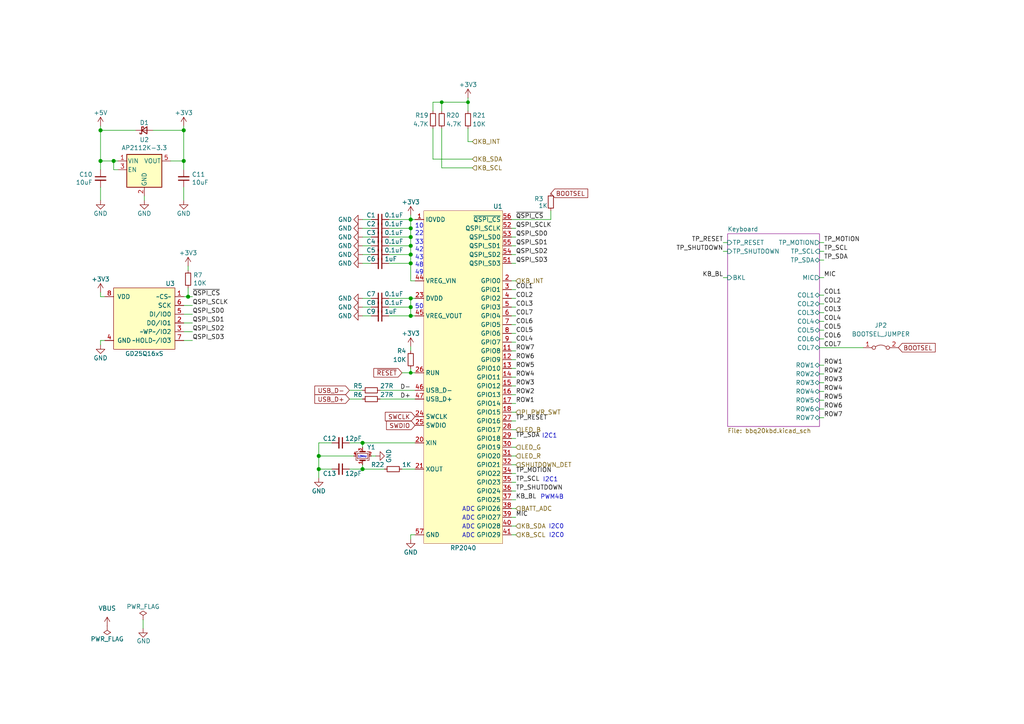
<source format=kicad_sch>
(kicad_sch (version 20211123) (generator eeschema)

  (uuid 6d8d4b23-ac18-4d5a-9d2b-77151eaaec25)

  (paper "A4")

  (title_block
    (title "RP2040")
    (date "2023-04-21")
    (rev "1.0")
    (comment 1 "CERN Open Hardware Licence v1.2")
    (comment 2 "https://github.com/solderparty/bbq20kbd_hw")
    (comment 3 "Modified for Beepberry")
    (comment 4 "Original Design By Solder Party AB")
  )

  (lib_symbols
    (symbol "Device:C_Small" (pin_numbers hide) (pin_names (offset 0.254) hide) (in_bom yes) (on_board yes)
      (property "Reference" "C" (id 0) (at 0.254 1.778 0)
        (effects (font (size 1.27 1.27)) (justify left))
      )
      (property "Value" "C_Small" (id 1) (at 0.254 -2.032 0)
        (effects (font (size 1.27 1.27)) (justify left))
      )
      (property "Footprint" "" (id 2) (at 0 0 0)
        (effects (font (size 1.27 1.27)) hide)
      )
      (property "Datasheet" "~" (id 3) (at 0 0 0)
        (effects (font (size 1.27 1.27)) hide)
      )
      (property "ki_keywords" "capacitor cap" (id 4) (at 0 0 0)
        (effects (font (size 1.27 1.27)) hide)
      )
      (property "ki_description" "Unpolarized capacitor, small symbol" (id 5) (at 0 0 0)
        (effects (font (size 1.27 1.27)) hide)
      )
      (property "ki_fp_filters" "C_*" (id 6) (at 0 0 0)
        (effects (font (size 1.27 1.27)) hide)
      )
      (symbol "C_Small_0_1"
        (polyline
          (pts
            (xy -1.524 -0.508)
            (xy 1.524 -0.508)
          )
          (stroke (width 0.3302) (type default) (color 0 0 0 0))
          (fill (type none))
        )
        (polyline
          (pts
            (xy -1.524 0.508)
            (xy 1.524 0.508)
          )
          (stroke (width 0.3048) (type default) (color 0 0 0 0))
          (fill (type none))
        )
      )
      (symbol "C_Small_1_1"
        (pin passive line (at 0 2.54 270) (length 2.032)
          (name "~" (effects (font (size 1.27 1.27))))
          (number "1" (effects (font (size 1.27 1.27))))
        )
        (pin passive line (at 0 -2.54 90) (length 2.032)
          (name "~" (effects (font (size 1.27 1.27))))
          (number "2" (effects (font (size 1.27 1.27))))
        )
      )
    )
    (symbol "Device:Crystal_GND24_Small" (pin_names (offset 1.016) hide) (in_bom yes) (on_board yes)
      (property "Reference" "Y" (id 0) (at 1.27 4.445 0)
        (effects (font (size 1.27 1.27)) (justify left))
      )
      (property "Value" "Crystal_GND24_Small" (id 1) (at 1.27 2.54 0)
        (effects (font (size 1.27 1.27)) (justify left))
      )
      (property "Footprint" "" (id 2) (at 0 0 0)
        (effects (font (size 1.27 1.27)) hide)
      )
      (property "Datasheet" "~" (id 3) (at 0 0 0)
        (effects (font (size 1.27 1.27)) hide)
      )
      (property "ki_keywords" "quartz ceramic resonator oscillator" (id 4) (at 0 0 0)
        (effects (font (size 1.27 1.27)) hide)
      )
      (property "ki_description" "Four pin crystal, GND on pins 2 and 4, small symbol" (id 5) (at 0 0 0)
        (effects (font (size 1.27 1.27)) hide)
      )
      (property "ki_fp_filters" "Crystal*" (id 6) (at 0 0 0)
        (effects (font (size 1.27 1.27)) hide)
      )
      (symbol "Crystal_GND24_Small_0_1"
        (rectangle (start -0.762 -1.524) (end 0.762 1.524)
          (stroke (width 0) (type default) (color 0 0 0 0))
          (fill (type none))
        )
        (polyline
          (pts
            (xy -1.27 -0.762)
            (xy -1.27 0.762)
          )
          (stroke (width 0.381) (type default) (color 0 0 0 0))
          (fill (type none))
        )
        (polyline
          (pts
            (xy 1.27 -0.762)
            (xy 1.27 0.762)
          )
          (stroke (width 0.381) (type default) (color 0 0 0 0))
          (fill (type none))
        )
        (polyline
          (pts
            (xy -1.27 -1.27)
            (xy -1.27 -1.905)
            (xy 1.27 -1.905)
            (xy 1.27 -1.27)
          )
          (stroke (width 0) (type default) (color 0 0 0 0))
          (fill (type none))
        )
        (polyline
          (pts
            (xy -1.27 1.27)
            (xy -1.27 1.905)
            (xy 1.27 1.905)
            (xy 1.27 1.27)
          )
          (stroke (width 0) (type default) (color 0 0 0 0))
          (fill (type none))
        )
      )
      (symbol "Crystal_GND24_Small_1_1"
        (pin passive line (at -2.54 0 0) (length 1.27)
          (name "1" (effects (font (size 1.27 1.27))))
          (number "1" (effects (font (size 0.762 0.762))))
        )
        (pin passive line (at 0 -2.54 90) (length 0.635)
          (name "2" (effects (font (size 1.27 1.27))))
          (number "2" (effects (font (size 0.762 0.762))))
        )
        (pin passive line (at 2.54 0 180) (length 1.27)
          (name "3" (effects (font (size 1.27 1.27))))
          (number "3" (effects (font (size 0.762 0.762))))
        )
        (pin passive line (at 0 2.54 270) (length 0.635)
          (name "4" (effects (font (size 1.27 1.27))))
          (number "4" (effects (font (size 0.762 0.762))))
        )
      )
    )
    (symbol "Device:D_Schottky_Small" (pin_numbers hide) (pin_names (offset 0.254) hide) (in_bom yes) (on_board yes)
      (property "Reference" "D" (id 0) (at -1.27 2.032 0)
        (effects (font (size 1.27 1.27)) (justify left))
      )
      (property "Value" "D_Schottky_Small" (id 1) (at -7.112 -2.032 0)
        (effects (font (size 1.27 1.27)) (justify left))
      )
      (property "Footprint" "" (id 2) (at 0 0 90)
        (effects (font (size 1.27 1.27)) hide)
      )
      (property "Datasheet" "~" (id 3) (at 0 0 90)
        (effects (font (size 1.27 1.27)) hide)
      )
      (property "ki_keywords" "diode Schottky" (id 4) (at 0 0 0)
        (effects (font (size 1.27 1.27)) hide)
      )
      (property "ki_description" "Schottky diode, small symbol" (id 5) (at 0 0 0)
        (effects (font (size 1.27 1.27)) hide)
      )
      (property "ki_fp_filters" "TO-???* *_Diode_* *SingleDiode* D_*" (id 6) (at 0 0 0)
        (effects (font (size 1.27 1.27)) hide)
      )
      (symbol "D_Schottky_Small_0_1"
        (polyline
          (pts
            (xy -0.762 0)
            (xy 0.762 0)
          )
          (stroke (width 0) (type default) (color 0 0 0 0))
          (fill (type none))
        )
        (polyline
          (pts
            (xy 0.762 -1.016)
            (xy -0.762 0)
            (xy 0.762 1.016)
            (xy 0.762 -1.016)
          )
          (stroke (width 0.254) (type default) (color 0 0 0 0))
          (fill (type none))
        )
        (polyline
          (pts
            (xy -1.27 0.762)
            (xy -1.27 1.016)
            (xy -0.762 1.016)
            (xy -0.762 -1.016)
            (xy -0.254 -1.016)
            (xy -0.254 -0.762)
          )
          (stroke (width 0.254) (type default) (color 0 0 0 0))
          (fill (type none))
        )
      )
      (symbol "D_Schottky_Small_1_1"
        (pin passive line (at -2.54 0 0) (length 1.778)
          (name "K" (effects (font (size 1.27 1.27))))
          (number "1" (effects (font (size 1.27 1.27))))
        )
        (pin passive line (at 2.54 0 180) (length 1.778)
          (name "A" (effects (font (size 1.27 1.27))))
          (number "2" (effects (font (size 1.27 1.27))))
        )
      )
    )
    (symbol "Device:R_Small" (pin_numbers hide) (pin_names (offset 0.254) hide) (in_bom yes) (on_board yes)
      (property "Reference" "R" (id 0) (at 0.762 0.508 0)
        (effects (font (size 1.27 1.27)) (justify left))
      )
      (property "Value" "R_Small" (id 1) (at 0.762 -1.016 0)
        (effects (font (size 1.27 1.27)) (justify left))
      )
      (property "Footprint" "" (id 2) (at 0 0 0)
        (effects (font (size 1.27 1.27)) hide)
      )
      (property "Datasheet" "~" (id 3) (at 0 0 0)
        (effects (font (size 1.27 1.27)) hide)
      )
      (property "ki_keywords" "R resistor" (id 4) (at 0 0 0)
        (effects (font (size 1.27 1.27)) hide)
      )
      (property "ki_description" "Resistor, small symbol" (id 5) (at 0 0 0)
        (effects (font (size 1.27 1.27)) hide)
      )
      (property "ki_fp_filters" "R_*" (id 6) (at 0 0 0)
        (effects (font (size 1.27 1.27)) hide)
      )
      (symbol "R_Small_0_1"
        (rectangle (start -0.762 1.778) (end 0.762 -1.778)
          (stroke (width 0.2032) (type default) (color 0 0 0 0))
          (fill (type none))
        )
      )
      (symbol "R_Small_1_1"
        (pin passive line (at 0 2.54 270) (length 0.762)
          (name "~" (effects (font (size 1.27 1.27))))
          (number "1" (effects (font (size 1.27 1.27))))
        )
        (pin passive line (at 0 -2.54 90) (length 0.762)
          (name "~" (effects (font (size 1.27 1.27))))
          (number "2" (effects (font (size 1.27 1.27))))
        )
      )
    )
    (symbol "Jumper:Jumper_2_Bridged" (pin_names (offset 0) hide) (in_bom yes) (on_board yes)
      (property "Reference" "JP" (id 0) (at 0 1.905 0)
        (effects (font (size 1.27 1.27)))
      )
      (property "Value" "Jumper_2_Bridged" (id 1) (at 0 -2.54 0)
        (effects (font (size 1.27 1.27)))
      )
      (property "Footprint" "" (id 2) (at 0 0 0)
        (effects (font (size 1.27 1.27)) hide)
      )
      (property "Datasheet" "~" (id 3) (at 0 0 0)
        (effects (font (size 1.27 1.27)) hide)
      )
      (property "ki_keywords" "Jumper SPST" (id 4) (at 0 0 0)
        (effects (font (size 1.27 1.27)) hide)
      )
      (property "ki_description" "Jumper, 2-pole, closed/bridged" (id 5) (at 0 0 0)
        (effects (font (size 1.27 1.27)) hide)
      )
      (property "ki_fp_filters" "Jumper* TestPoint*2Pads* TestPoint*Bridge*" (id 6) (at 0 0 0)
        (effects (font (size 1.27 1.27)) hide)
      )
      (symbol "Jumper_2_Bridged_0_0"
        (circle (center -2.032 0) (radius 0.508)
          (stroke (width 0) (type default) (color 0 0 0 0))
          (fill (type none))
        )
        (circle (center 2.032 0) (radius 0.508)
          (stroke (width 0) (type default) (color 0 0 0 0))
          (fill (type none))
        )
      )
      (symbol "Jumper_2_Bridged_0_1"
        (arc (start 1.524 0.254) (mid 0 0.762) (end -1.524 0.254)
          (stroke (width 0) (type default) (color 0 0 0 0))
          (fill (type none))
        )
      )
      (symbol "Jumper_2_Bridged_1_1"
        (pin passive line (at -5.08 0 0) (length 2.54)
          (name "A" (effects (font (size 1.27 1.27))))
          (number "1" (effects (font (size 1.27 1.27))))
        )
        (pin passive line (at 5.08 0 180) (length 2.54)
          (name "B" (effects (font (size 1.27 1.27))))
          (number "2" (effects (font (size 1.27 1.27))))
        )
      )
    )
    (symbol "MCU_RaspberryPi:RP2040" (in_bom yes) (on_board yes)
      (property "Reference" "U" (id 0) (at 11.43 1.27 0)
        (effects (font (size 1.27 1.27)))
      )
      (property "Value" "RP2040" (id 1) (at 0 -97.79 0)
        (effects (font (size 1.27 1.27)))
      )
      (property "Footprint" "Package_DFN_QFN_Extra:QFN-56_EP_7x7_Pitch0.4mm" (id 2) (at 0 -100.33 0)
        (effects (font (size 1.27 1.27)) hide)
      )
      (property "Datasheet" "https://datasheets.raspberrypi.org/rp2040/rp2040_datasheet.pdf" (id 3) (at 0 -102.87 0)
        (effects (font (size 1.27 1.27)) hide)
      )
      (symbol "RP2040_0_0"
        (pin power_in line (at -13.97 -2.54 0) (length 2.54)
          (name "IOVDD" (effects (font (size 1.27 1.27))))
          (number "1" (effects (font (size 1.27 1.27))))
        )
        (pin passive line (at -13.97 -2.54 0) (length 2.54) hide
          (name "IOVDD" (effects (font (size 1.27 1.27))))
          (number "10" (effects (font (size 1.27 1.27))))
        )
        (pin bidirectional line (at 13.97 -40.64 180) (length 2.54)
          (name "GPIO8" (effects (font (size 1.27 1.27))))
          (number "11" (effects (font (size 1.27 1.27))))
        )
        (pin bidirectional line (at 13.97 -20.32 180) (length 2.54)
          (name "GPIO0" (effects (font (size 1.27 1.27))))
          (number "2" (effects (font (size 1.27 1.27))))
        )
        (pin bidirectional line (at 13.97 -22.86 180) (length 2.54)
          (name "GPIO1" (effects (font (size 1.27 1.27))))
          (number "3" (effects (font (size 1.27 1.27))))
        )
        (pin bidirectional line (at 13.97 -25.4 180) (length 2.54)
          (name "GPIO2" (effects (font (size 1.27 1.27))))
          (number "4" (effects (font (size 1.27 1.27))))
        )
        (pin bidirectional line (at 13.97 -27.94 180) (length 2.54)
          (name "GPIO3" (effects (font (size 1.27 1.27))))
          (number "5" (effects (font (size 1.27 1.27))))
        )
        (pin bidirectional line (at 13.97 -30.48 180) (length 2.54)
          (name "GPIO4" (effects (font (size 1.27 1.27))))
          (number "6" (effects (font (size 1.27 1.27))))
        )
        (pin bidirectional line (at 13.97 -33.02 180) (length 2.54)
          (name "GPIO5" (effects (font (size 1.27 1.27))))
          (number "7" (effects (font (size 1.27 1.27))))
        )
        (pin bidirectional line (at 13.97 -35.56 180) (length 2.54)
          (name "GPIO6" (effects (font (size 1.27 1.27))))
          (number "8" (effects (font (size 1.27 1.27))))
        )
        (pin bidirectional line (at 13.97 -38.1 180) (length 2.54)
          (name "GPIO7" (effects (font (size 1.27 1.27))))
          (number "9" (effects (font (size 1.27 1.27))))
        )
      )
      (symbol "RP2040_0_1"
        (rectangle (start -11.43 0) (end 11.43 -96.52)
          (stroke (width 0.001) (type default) (color 0 0 0 0))
          (fill (type background))
        )
      )
      (symbol "RP2040_1_1"
        (pin bidirectional line (at 13.97 -43.18 180) (length 2.54)
          (name "GPIO9" (effects (font (size 1.27 1.27))))
          (number "12" (effects (font (size 1.27 1.27))))
        )
        (pin bidirectional line (at 13.97 -45.72 180) (length 2.54)
          (name "GPIO10" (effects (font (size 1.27 1.27))))
          (number "13" (effects (font (size 1.27 1.27))))
        )
        (pin bidirectional line (at 13.97 -48.26 180) (length 2.54)
          (name "GPIO11" (effects (font (size 1.27 1.27))))
          (number "14" (effects (font (size 1.27 1.27))))
        )
        (pin bidirectional line (at 13.97 -50.8 180) (length 2.54)
          (name "GPIO12" (effects (font (size 1.27 1.27))))
          (number "15" (effects (font (size 1.27 1.27))))
        )
        (pin bidirectional line (at 13.97 -53.34 180) (length 2.54)
          (name "GPIO13" (effects (font (size 1.27 1.27))))
          (number "16" (effects (font (size 1.27 1.27))))
        )
        (pin bidirectional line (at 13.97 -55.88 180) (length 2.54)
          (name "GPIO14" (effects (font (size 1.27 1.27))))
          (number "17" (effects (font (size 1.27 1.27))))
        )
        (pin bidirectional line (at 13.97 -58.42 180) (length 2.54)
          (name "GPIO15" (effects (font (size 1.27 1.27))))
          (number "18" (effects (font (size 1.27 1.27))))
        )
        (pin passive line (at -13.97 -93.98 0) (length 2.54) hide
          (name "TESTEN" (effects (font (size 1.27 1.27))))
          (number "19" (effects (font (size 1.27 1.27))))
        )
        (pin input line (at -13.97 -67.31 0) (length 2.54)
          (name "XIN" (effects (font (size 1.27 1.27))))
          (number "20" (effects (font (size 1.27 1.27))))
        )
        (pin output line (at -13.97 -74.93 0) (length 2.54)
          (name "XOUT" (effects (font (size 1.27 1.27))))
          (number "21" (effects (font (size 1.27 1.27))))
        )
        (pin passive line (at -13.97 -2.54 0) (length 2.54) hide
          (name "IOVDD" (effects (font (size 1.27 1.27))))
          (number "22" (effects (font (size 1.27 1.27))))
        )
        (pin power_in line (at -13.97 -25.4 0) (length 2.54)
          (name "DVDD" (effects (font (size 1.27 1.27))))
          (number "23" (effects (font (size 1.27 1.27))))
        )
        (pin input line (at -13.97 -59.69 0) (length 2.54)
          (name "SWCLK" (effects (font (size 1.27 1.27))))
          (number "24" (effects (font (size 1.27 1.27))))
        )
        (pin bidirectional line (at -13.97 -62.23 0) (length 2.54)
          (name "SWDIO" (effects (font (size 1.27 1.27))))
          (number "25" (effects (font (size 1.27 1.27))))
        )
        (pin input line (at -13.97 -46.99 0) (length 2.54)
          (name "RUN" (effects (font (size 1.27 1.27))))
          (number "26" (effects (font (size 1.27 1.27))))
        )
        (pin bidirectional line (at 13.97 -60.96 180) (length 2.54)
          (name "GPIO16" (effects (font (size 1.27 1.27))))
          (number "27" (effects (font (size 1.27 1.27))))
        )
        (pin bidirectional line (at 13.97 -63.5 180) (length 2.54)
          (name "GPIO17" (effects (font (size 1.27 1.27))))
          (number "28" (effects (font (size 1.27 1.27))))
        )
        (pin bidirectional line (at 13.97 -66.04 180) (length 2.54)
          (name "GPIO18" (effects (font (size 1.27 1.27))))
          (number "29" (effects (font (size 1.27 1.27))))
        )
        (pin bidirectional line (at 13.97 -68.58 180) (length 2.54)
          (name "GPIO19" (effects (font (size 1.27 1.27))))
          (number "30" (effects (font (size 1.27 1.27))))
        )
        (pin bidirectional line (at 13.97 -71.12 180) (length 2.54)
          (name "GPIO20" (effects (font (size 1.27 1.27))))
          (number "31" (effects (font (size 1.27 1.27))))
        )
        (pin bidirectional line (at 13.97 -73.66 180) (length 2.54)
          (name "GPIO21" (effects (font (size 1.27 1.27))))
          (number "32" (effects (font (size 1.27 1.27))))
        )
        (pin passive line (at -13.97 -2.54 0) (length 2.54) hide
          (name "IOVDD" (effects (font (size 1.27 1.27))))
          (number "33" (effects (font (size 1.27 1.27))))
        )
        (pin bidirectional line (at 13.97 -76.2 180) (length 2.54)
          (name "GPIO22" (effects (font (size 1.27 1.27))))
          (number "34" (effects (font (size 1.27 1.27))))
        )
        (pin bidirectional line (at 13.97 -78.74 180) (length 2.54)
          (name "GPIO23" (effects (font (size 1.27 1.27))))
          (number "35" (effects (font (size 1.27 1.27))))
        )
        (pin bidirectional line (at 13.97 -81.28 180) (length 2.54)
          (name "GPIO24" (effects (font (size 1.27 1.27))))
          (number "36" (effects (font (size 1.27 1.27))))
        )
        (pin bidirectional line (at 13.97 -83.82 180) (length 2.54)
          (name "GPIO25" (effects (font (size 1.27 1.27))))
          (number "37" (effects (font (size 1.27 1.27))))
        )
        (pin bidirectional line (at 13.97 -86.36 180) (length 2.54)
          (name "GPIO26" (effects (font (size 1.27 1.27))))
          (number "38" (effects (font (size 1.27 1.27))))
        )
        (pin bidirectional line (at 13.97 -88.9 180) (length 2.54)
          (name "GPIO27" (effects (font (size 1.27 1.27))))
          (number "39" (effects (font (size 1.27 1.27))))
        )
        (pin bidirectional line (at 13.97 -91.44 180) (length 2.54)
          (name "GPIO28" (effects (font (size 1.27 1.27))))
          (number "40" (effects (font (size 1.27 1.27))))
        )
        (pin bidirectional line (at 13.97 -93.98 180) (length 2.54)
          (name "GPIO29" (effects (font (size 1.27 1.27))))
          (number "41" (effects (font (size 1.27 1.27))))
        )
        (pin passive line (at -13.97 -2.54 0) (length 2.54) hide
          (name "IOVDD" (effects (font (size 1.27 1.27))))
          (number "42" (effects (font (size 1.27 1.27))))
        )
        (pin passive line (at -13.97 -2.54 0) (length 2.54) hide
          (name "ADC_AVDD" (effects (font (size 1.27 1.27))))
          (number "43" (effects (font (size 1.27 1.27))))
        )
        (pin power_in line (at -13.97 -20.32 0) (length 2.54)
          (name "VREG_VIN" (effects (font (size 1.27 1.27))))
          (number "44" (effects (font (size 1.27 1.27))))
        )
        (pin power_out line (at -13.97 -30.48 0) (length 2.54)
          (name "VREG_VOUT" (effects (font (size 1.27 1.27))))
          (number "45" (effects (font (size 1.27 1.27))))
        )
        (pin bidirectional line (at -13.97 -52.07 0) (length 2.54)
          (name "USB_D-" (effects (font (size 1.27 1.27))))
          (number "46" (effects (font (size 1.27 1.27))))
        )
        (pin bidirectional line (at -13.97 -54.61 0) (length 2.54)
          (name "USB_D+" (effects (font (size 1.27 1.27))))
          (number "47" (effects (font (size 1.27 1.27))))
        )
        (pin passive line (at -13.97 -2.54 0) (length 2.54) hide
          (name "USB_VDD" (effects (font (size 1.27 1.27))))
          (number "48" (effects (font (size 1.27 1.27))))
        )
        (pin passive line (at -13.97 -2.54 0) (length 2.54) hide
          (name "IOVDD" (effects (font (size 1.27 1.27))))
          (number "49" (effects (font (size 1.27 1.27))))
        )
        (pin passive line (at -13.97 -25.4 0) (length 2.54) hide
          (name "DVDD" (effects (font (size 1.27 1.27))))
          (number "50" (effects (font (size 1.27 1.27))))
        )
        (pin bidirectional line (at 13.97 -15.24 180) (length 2.54)
          (name "QSPI_SD3" (effects (font (size 1.27 1.27))))
          (number "51" (effects (font (size 1.27 1.27))))
        )
        (pin output line (at 13.97 -5.08 180) (length 2.54)
          (name "QSPI_SCLK" (effects (font (size 1.27 1.27))))
          (number "52" (effects (font (size 1.27 1.27))))
        )
        (pin bidirectional line (at 13.97 -7.62 180) (length 2.54)
          (name "QSPI_SD0" (effects (font (size 1.27 1.27))))
          (number "53" (effects (font (size 1.27 1.27))))
        )
        (pin bidirectional line (at 13.97 -12.7 180) (length 2.54)
          (name "QSPI_SD2" (effects (font (size 1.27 1.27))))
          (number "54" (effects (font (size 1.27 1.27))))
        )
        (pin bidirectional line (at 13.97 -10.16 180) (length 2.54)
          (name "QSPI_SD1" (effects (font (size 1.27 1.27))))
          (number "55" (effects (font (size 1.27 1.27))))
        )
        (pin input line (at 13.97 -2.54 180) (length 2.54)
          (name "~{QSPI_CS}" (effects (font (size 1.27 1.27))))
          (number "56" (effects (font (size 1.27 1.27))))
        )
        (pin power_in line (at -13.97 -93.98 0) (length 2.54)
          (name "GND" (effects (font (size 1.27 1.27))))
          (number "57" (effects (font (size 1.27 1.27))))
        )
      )
    )
    (symbol "Memory_Flash_Extra:W25Q64JV" (pin_names (offset 1.016)) (in_bom yes) (on_board yes)
      (property "Reference" "U" (id 0) (at 8.89 10.16 0)
        (effects (font (size 1.27 1.27)) (justify right))
      )
      (property "Value" "W25Q64JV" (id 1) (at 0 -10.16 0)
        (effects (font (size 1.27 1.27)))
      )
      (property "Footprint" "Package_SON:WSON-8-1EP_6x5mm_P1.27mm_EP3.4x4mm" (id 2) (at 0 -12.7 0)
        (effects (font (size 1.27 1.27)) hide)
      )
      (property "Datasheet" "" (id 3) (at 0 -15.24 0)
        (effects (font (size 1.27 1.27)) hide)
      )
      (symbol "W25Q64JV_0_1"
        (rectangle (start -8.89 8.89) (end 8.89 -8.89)
          (stroke (width 0) (type default) (color 0 0 0 0))
          (fill (type background))
        )
      )
      (symbol "W25Q64JV_1_1"
        (pin input line (at 11.43 6.35 180) (length 2.54)
          (name "~CS~" (effects (font (size 1.27 1.27))))
          (number "1" (effects (font (size 1.27 1.27))))
        )
        (pin bidirectional line (at 11.43 -1.27 180) (length 2.54)
          (name "DO/IO1" (effects (font (size 1.27 1.27))))
          (number "2" (effects (font (size 1.27 1.27))))
        )
        (pin bidirectional line (at 11.43 -3.81 180) (length 2.54)
          (name "~WP~/IO2" (effects (font (size 1.27 1.27))))
          (number "3" (effects (font (size 1.27 1.27))))
        )
        (pin power_in line (at -11.43 -6.35 0) (length 2.54)
          (name "GND" (effects (font (size 1.27 1.27))))
          (number "4" (effects (font (size 1.27 1.27))))
        )
        (pin bidirectional line (at 11.43 1.27 180) (length 2.54)
          (name "DI/IO0" (effects (font (size 1.27 1.27))))
          (number "5" (effects (font (size 1.27 1.27))))
        )
        (pin input line (at 11.43 3.81 180) (length 2.54)
          (name "SCK" (effects (font (size 1.27 1.27))))
          (number "6" (effects (font (size 1.27 1.27))))
        )
        (pin bidirectional line (at 11.43 -6.35 180) (length 2.54)
          (name "~HOLD~/IO3" (effects (font (size 1.27 1.27))))
          (number "7" (effects (font (size 1.27 1.27))))
        )
        (pin power_in line (at -11.43 6.35 0) (length 2.54)
          (name "VDD" (effects (font (size 1.27 1.27))))
          (number "8" (effects (font (size 1.27 1.27))))
        )
        (pin passive line (at -11.43 -6.35 0) (length 2.54) hide
          (name "GND" (effects (font (size 1.27 1.27))))
          (number "9" (effects (font (size 1.27 1.27))))
        )
      )
    )
    (symbol "Regulator_Linear:AP2112K-3.3" (pin_names (offset 0.254)) (in_bom yes) (on_board yes)
      (property "Reference" "U" (id 0) (at -5.08 5.715 0)
        (effects (font (size 1.27 1.27)) (justify left))
      )
      (property "Value" "AP2112K-3.3" (id 1) (at 0 5.715 0)
        (effects (font (size 1.27 1.27)) (justify left))
      )
      (property "Footprint" "Package_TO_SOT_SMD:SOT-23-5" (id 2) (at 0 8.255 0)
        (effects (font (size 1.27 1.27)) hide)
      )
      (property "Datasheet" "https://www.diodes.com/assets/Datasheets/AP2112.pdf" (id 3) (at 0 2.54 0)
        (effects (font (size 1.27 1.27)) hide)
      )
      (property "ki_keywords" "linear regulator ldo fixed positive" (id 4) (at 0 0 0)
        (effects (font (size 1.27 1.27)) hide)
      )
      (property "ki_description" "600mA low dropout linear regulator, with enable pin, 3.8V-6V input voltage range, 3.3V fixed positive output, SOT-23-5" (id 5) (at 0 0 0)
        (effects (font (size 1.27 1.27)) hide)
      )
      (property "ki_fp_filters" "SOT?23?5*" (id 6) (at 0 0 0)
        (effects (font (size 1.27 1.27)) hide)
      )
      (symbol "AP2112K-3.3_0_1"
        (rectangle (start -5.08 4.445) (end 5.08 -5.08)
          (stroke (width 0.254) (type default) (color 0 0 0 0))
          (fill (type background))
        )
      )
      (symbol "AP2112K-3.3_1_1"
        (pin power_in line (at -7.62 2.54 0) (length 2.54)
          (name "VIN" (effects (font (size 1.27 1.27))))
          (number "1" (effects (font (size 1.27 1.27))))
        )
        (pin power_in line (at 0 -7.62 90) (length 2.54)
          (name "GND" (effects (font (size 1.27 1.27))))
          (number "2" (effects (font (size 1.27 1.27))))
        )
        (pin input line (at -7.62 0 0) (length 2.54)
          (name "EN" (effects (font (size 1.27 1.27))))
          (number "3" (effects (font (size 1.27 1.27))))
        )
        (pin no_connect line (at 5.08 0 180) (length 2.54) hide
          (name "NC" (effects (font (size 1.27 1.27))))
          (number "4" (effects (font (size 1.27 1.27))))
        )
        (pin power_out line (at 7.62 2.54 180) (length 2.54)
          (name "VOUT" (effects (font (size 1.27 1.27))))
          (number "5" (effects (font (size 1.27 1.27))))
        )
      )
    )
    (symbol "power:+3.3V" (power) (pin_names (offset 0)) (in_bom yes) (on_board yes)
      (property "Reference" "#PWR" (id 0) (at 0 -3.81 0)
        (effects (font (size 1.27 1.27)) hide)
      )
      (property "Value" "+3.3V" (id 1) (at 0 3.556 0)
        (effects (font (size 1.27 1.27)))
      )
      (property "Footprint" "" (id 2) (at 0 0 0)
        (effects (font (size 1.27 1.27)) hide)
      )
      (property "Datasheet" "" (id 3) (at 0 0 0)
        (effects (font (size 1.27 1.27)) hide)
      )
      (property "ki_keywords" "power-flag" (id 4) (at 0 0 0)
        (effects (font (size 1.27 1.27)) hide)
      )
      (property "ki_description" "Power symbol creates a global label with name \"+3.3V\"" (id 5) (at 0 0 0)
        (effects (font (size 1.27 1.27)) hide)
      )
      (symbol "+3.3V_0_1"
        (polyline
          (pts
            (xy -0.762 1.27)
            (xy 0 2.54)
          )
          (stroke (width 0) (type default) (color 0 0 0 0))
          (fill (type none))
        )
        (polyline
          (pts
            (xy 0 0)
            (xy 0 2.54)
          )
          (stroke (width 0) (type default) (color 0 0 0 0))
          (fill (type none))
        )
        (polyline
          (pts
            (xy 0 2.54)
            (xy 0.762 1.27)
          )
          (stroke (width 0) (type default) (color 0 0 0 0))
          (fill (type none))
        )
      )
      (symbol "+3.3V_1_1"
        (pin power_in line (at 0 0 90) (length 0) hide
          (name "+3V3" (effects (font (size 1.27 1.27))))
          (number "1" (effects (font (size 1.27 1.27))))
        )
      )
    )
    (symbol "power:+5V" (power) (pin_names (offset 0)) (in_bom yes) (on_board yes)
      (property "Reference" "#PWR" (id 0) (at 0 -3.81 0)
        (effects (font (size 1.27 1.27)) hide)
      )
      (property "Value" "+5V" (id 1) (at 0 3.556 0)
        (effects (font (size 1.27 1.27)))
      )
      (property "Footprint" "" (id 2) (at 0 0 0)
        (effects (font (size 1.27 1.27)) hide)
      )
      (property "Datasheet" "" (id 3) (at 0 0 0)
        (effects (font (size 1.27 1.27)) hide)
      )
      (property "ki_keywords" "power-flag" (id 4) (at 0 0 0)
        (effects (font (size 1.27 1.27)) hide)
      )
      (property "ki_description" "Power symbol creates a global label with name \"+5V\"" (id 5) (at 0 0 0)
        (effects (font (size 1.27 1.27)) hide)
      )
      (symbol "+5V_0_1"
        (polyline
          (pts
            (xy -0.762 1.27)
            (xy 0 2.54)
          )
          (stroke (width 0) (type default) (color 0 0 0 0))
          (fill (type none))
        )
        (polyline
          (pts
            (xy 0 0)
            (xy 0 2.54)
          )
          (stroke (width 0) (type default) (color 0 0 0 0))
          (fill (type none))
        )
        (polyline
          (pts
            (xy 0 2.54)
            (xy 0.762 1.27)
          )
          (stroke (width 0) (type default) (color 0 0 0 0))
          (fill (type none))
        )
      )
      (symbol "+5V_1_1"
        (pin power_in line (at 0 0 90) (length 0) hide
          (name "+5V" (effects (font (size 1.27 1.27))))
          (number "1" (effects (font (size 1.27 1.27))))
        )
      )
    )
    (symbol "power:GND" (power) (pin_names (offset 0)) (in_bom yes) (on_board yes)
      (property "Reference" "#PWR" (id 0) (at 0 -6.35 0)
        (effects (font (size 1.27 1.27)) hide)
      )
      (property "Value" "GND" (id 1) (at 0 -3.81 0)
        (effects (font (size 1.27 1.27)))
      )
      (property "Footprint" "" (id 2) (at 0 0 0)
        (effects (font (size 1.27 1.27)) hide)
      )
      (property "Datasheet" "" (id 3) (at 0 0 0)
        (effects (font (size 1.27 1.27)) hide)
      )
      (property "ki_keywords" "power-flag" (id 4) (at 0 0 0)
        (effects (font (size 1.27 1.27)) hide)
      )
      (property "ki_description" "Power symbol creates a global label with name \"GND\" , ground" (id 5) (at 0 0 0)
        (effects (font (size 1.27 1.27)) hide)
      )
      (symbol "GND_0_1"
        (polyline
          (pts
            (xy 0 0)
            (xy 0 -1.27)
            (xy 1.27 -1.27)
            (xy 0 -2.54)
            (xy -1.27 -1.27)
            (xy 0 -1.27)
          )
          (stroke (width 0) (type default) (color 0 0 0 0))
          (fill (type none))
        )
      )
      (symbol "GND_1_1"
        (pin power_in line (at 0 0 270) (length 0) hide
          (name "GND" (effects (font (size 1.27 1.27))))
          (number "1" (effects (font (size 1.27 1.27))))
        )
      )
    )
    (symbol "power:PWR_FLAG" (power) (pin_numbers hide) (pin_names (offset 0) hide) (in_bom yes) (on_board yes)
      (property "Reference" "#FLG" (id 0) (at 0 1.905 0)
        (effects (font (size 1.27 1.27)) hide)
      )
      (property "Value" "PWR_FLAG" (id 1) (at 0 3.81 0)
        (effects (font (size 1.27 1.27)))
      )
      (property "Footprint" "" (id 2) (at 0 0 0)
        (effects (font (size 1.27 1.27)) hide)
      )
      (property "Datasheet" "~" (id 3) (at 0 0 0)
        (effects (font (size 1.27 1.27)) hide)
      )
      (property "ki_keywords" "power-flag" (id 4) (at 0 0 0)
        (effects (font (size 1.27 1.27)) hide)
      )
      (property "ki_description" "Special symbol for telling ERC where power comes from" (id 5) (at 0 0 0)
        (effects (font (size 1.27 1.27)) hide)
      )
      (symbol "PWR_FLAG_0_0"
        (pin power_out line (at 0 0 90) (length 0)
          (name "pwr" (effects (font (size 1.27 1.27))))
          (number "1" (effects (font (size 1.27 1.27))))
        )
      )
      (symbol "PWR_FLAG_0_1"
        (polyline
          (pts
            (xy 0 0)
            (xy 0 1.27)
            (xy -1.016 1.905)
            (xy 0 2.54)
            (xy 1.016 1.905)
            (xy 0 1.27)
          )
          (stroke (width 0) (type default) (color 0 0 0 0))
          (fill (type none))
        )
      )
    )
    (symbol "power:VBUS" (power) (pin_names (offset 0)) (in_bom yes) (on_board yes)
      (property "Reference" "#PWR" (id 0) (at 0 -3.81 0)
        (effects (font (size 1.27 1.27)) hide)
      )
      (property "Value" "VBUS" (id 1) (at 0 3.81 0)
        (effects (font (size 1.27 1.27)))
      )
      (property "Footprint" "" (id 2) (at 0 0 0)
        (effects (font (size 1.27 1.27)) hide)
      )
      (property "Datasheet" "" (id 3) (at 0 0 0)
        (effects (font (size 1.27 1.27)) hide)
      )
      (property "ki_keywords" "power-flag" (id 4) (at 0 0 0)
        (effects (font (size 1.27 1.27)) hide)
      )
      (property "ki_description" "Power symbol creates a global label with name \"VBUS\"" (id 5) (at 0 0 0)
        (effects (font (size 1.27 1.27)) hide)
      )
      (symbol "VBUS_0_1"
        (polyline
          (pts
            (xy -0.762 1.27)
            (xy 0 2.54)
          )
          (stroke (width 0) (type default) (color 0 0 0 0))
          (fill (type none))
        )
        (polyline
          (pts
            (xy 0 0)
            (xy 0 2.54)
          )
          (stroke (width 0) (type default) (color 0 0 0 0))
          (fill (type none))
        )
        (polyline
          (pts
            (xy 0 2.54)
            (xy 0.762 1.27)
          )
          (stroke (width 0) (type default) (color 0 0 0 0))
          (fill (type none))
        )
      )
      (symbol "VBUS_1_1"
        (pin power_in line (at 0 0 90) (length 0) hide
          (name "VBUS" (effects (font (size 1.27 1.27))))
          (number "1" (effects (font (size 1.27 1.27))))
        )
      )
    )
  )

  (junction (at 92.456 132.2578) (diameter 1.016) (color 0 0 0 0)
    (uuid 11bb6fcb-9ef6-4e12-9d6b-33df57416559)
  )
  (junction (at 54.5592 86.0552) (diameter 1.016) (color 0 0 0 0)
    (uuid 27af9840-8761-4495-b8d6-f82ed3d43a78)
  )
  (junction (at 105.156 128.4478) (diameter 1.016) (color 0 0 0 0)
    (uuid 29cee188-f7d0-4ae1-8d7a-613020246183)
  )
  (junction (at 92.456 136.0678) (diameter 1.016) (color 0 0 0 0)
    (uuid 2b424e4b-192e-4891-b8d3-d807c6c94095)
  )
  (junction (at 119.126 71.2978) (diameter 1.016) (color 0 0 0 0)
    (uuid 2c5cdef1-31c9-4009-8864-69e8da29304e)
  )
  (junction (at 29.1592 37.7952) (diameter 1.016) (color 0 0 0 0)
    (uuid 3cf73b89-6a8e-4ab9-9cc9-8efb67f34fd8)
  )
  (junction (at 105.156 136.0678) (diameter 1.016) (color 0 0 0 0)
    (uuid 4051c2ee-c64a-4f47-9f11-e396bacc35c4)
  )
  (junction (at 53.2892 37.7952) (diameter 1.016) (color 0 0 0 0)
    (uuid 4cb19077-b1ff-4282-b348-b56eb2ea000f)
  )
  (junction (at 53.2892 46.6852) (diameter 1.016) (color 0 0 0 0)
    (uuid 52c0639d-eb3d-4a59-ad85-3b2ce6b6c13b)
  )
  (junction (at 119.126 89.0778) (diameter 1.016) (color 0 0 0 0)
    (uuid 6cdd3965-a5b8-40b7-b7b5-b24635b4adbb)
  )
  (junction (at 119.126 86.5378) (diameter 1.016) (color 0 0 0 0)
    (uuid 75bc7965-ff00-4943-a362-a30750fe084d)
  )
  (junction (at 32.9692 46.6852) (diameter 1.016) (color 0 0 0 0)
    (uuid 977dd49b-2030-4c7a-b58a-f2a28fe5c6dc)
  )
  (junction (at 119.126 108.1278) (diameter 0) (color 0 0 0 0)
    (uuid 98a5dfe7-233d-435c-bb43-89e12aa7722e)
  )
  (junction (at 119.126 73.8378) (diameter 1.016) (color 0 0 0 0)
    (uuid a0eed0ab-8d62-487d-a4c3-6f7367ac8c28)
  )
  (junction (at 135.7376 29.6418) (diameter 0) (color 0 0 0 0)
    (uuid a5e2ae64-1892-4305-bae3-69c866920caf)
  )
  (junction (at 119.126 68.7578) (diameter 1.016) (color 0 0 0 0)
    (uuid a9d06ed7-5c94-4158-b6dc-f6b2589d861a)
  )
  (junction (at 119.126 66.2178) (diameter 1.016) (color 0 0 0 0)
    (uuid afb0da65-eac1-4005-9ebf-a192a2bf9f58)
  )
  (junction (at 119.126 91.6178) (diameter 1.016) (color 0 0 0 0)
    (uuid b28fdceb-6caf-4060-8896-805c283ef92f)
  )
  (junction (at 119.126 63.6778) (diameter 1.016) (color 0 0 0 0)
    (uuid ba35309d-3500-4c77-9b25-9eb308f9830f)
  )
  (junction (at 128.1176 29.6418) (diameter 0) (color 0 0 0 0)
    (uuid c632fec4-862c-4c7b-9f62-592f6bc400dd)
  )
  (junction (at 29.1592 46.6852) (diameter 1.016) (color 0 0 0 0)
    (uuid cf62f976-98ef-4d15-90cb-dd65f23451b6)
  )
  (junction (at 119.126 76.3778) (diameter 1.016) (color 0 0 0 0)
    (uuid e376e79d-a61f-4389-a0d1-53bd111a16a5)
  )

  (wire (pts (xy 148.336 150.0378) (xy 149.606 150.0378))
    (stroke (width 0) (type solid) (color 0 0 0 0))
    (uuid 00b3bd23-1b2e-41a2-90a6-fe56e40ecc4b)
  )
  (wire (pts (xy 119.126 108.1278) (xy 120.396 108.1278))
    (stroke (width 0) (type solid) (color 0 0 0 0))
    (uuid 023a38dc-e39e-4340-9f13-1f7ab7445fe2)
  )
  (wire (pts (xy 53.2892 96.2152) (xy 55.8292 96.2152))
    (stroke (width 0) (type solid) (color 0 0 0 0))
    (uuid 02e38042-ee3a-4a49-93a9-25817da84452)
  )
  (wire (pts (xy 112.776 86.5378) (xy 119.126 86.5378))
    (stroke (width 0) (type solid) (color 0 0 0 0))
    (uuid 034c42a2-4314-43e9-8908-3133179e7c9c)
  )
  (wire (pts (xy 119.126 91.6178) (xy 119.126 89.0778))
    (stroke (width 0) (type solid) (color 0 0 0 0))
    (uuid 05c81650-0727-4671-8ccc-021ffb5bf969)
  )
  (wire (pts (xy 105.156 71.2978) (xy 107.696 71.2978))
    (stroke (width 0) (type solid) (color 0 0 0 0))
    (uuid 0682cb4c-5d6e-438c-9039-eb157a02c766)
  )
  (wire (pts (xy 237.6932 93.218) (xy 238.9632 93.218))
    (stroke (width 0) (type solid) (color 0 0 0 0))
    (uuid 07552909-4b98-4a6c-abf8-9802ed96d374)
  )
  (wire (pts (xy 148.336 94.1578) (xy 149.606 94.1578))
    (stroke (width 0) (type solid) (color 0 0 0 0))
    (uuid 08497293-1242-4d16-9765-8d79651e2c73)
  )
  (wire (pts (xy 148.336 139.8778) (xy 149.606 139.8778))
    (stroke (width 0) (type solid) (color 0 0 0 0))
    (uuid 085a7ee0-c0ea-48bd-a14a-5a4102896d7a)
  )
  (wire (pts (xy 237.6932 116.078) (xy 238.9632 116.078))
    (stroke (width 0) (type solid) (color 0 0 0 0))
    (uuid 0a1779ff-6715-4df3-9ad8-95c481b0b818)
  )
  (wire (pts (xy 119.126 76.3778) (xy 119.126 81.4578))
    (stroke (width 0) (type solid) (color 0 0 0 0))
    (uuid 0a5fb74b-2e98-4ae2-801a-ef014957b18a)
  )
  (wire (pts (xy 53.2892 86.0552) (xy 54.5592 86.0552))
    (stroke (width 0) (type solid) (color 0 0 0 0))
    (uuid 0ad9b44f-ac8a-4b7e-bad2-b6df19e9c197)
  )
  (wire (pts (xy 29.1592 46.6852) (xy 32.9692 46.6852))
    (stroke (width 0) (type solid) (color 0 0 0 0))
    (uuid 0b4009f1-e9c0-441c-be58-4e8d5316d79f)
  )
  (wire (pts (xy 148.336 134.7978) (xy 149.606 134.7978))
    (stroke (width 0) (type solid) (color 0 0 0 0))
    (uuid 0dd63555-5c4f-49a2-9358-b63e1f2bc0b9)
  )
  (wire (pts (xy 107.696 132.2578) (xy 108.966 132.2578))
    (stroke (width 0) (type solid) (color 0 0 0 0))
    (uuid 101b1903-c95f-461a-9d55-123d370adb4e)
  )
  (wire (pts (xy 148.336 129.7178) (xy 149.606 129.7178))
    (stroke (width 0) (type solid) (color 0 0 0 0))
    (uuid 12d9cdf9-8e3a-481f-9a35-9d1cb05009ff)
  )
  (wire (pts (xy 148.336 86.5378) (xy 149.606 86.5378))
    (stroke (width 0) (type solid) (color 0 0 0 0))
    (uuid 151c9a92-7fed-4314-8f95-2dd965003dae)
  )
  (wire (pts (xy 135.7376 37.2618) (xy 135.7376 41.0718))
    (stroke (width 0) (type default) (color 0 0 0 0))
    (uuid 16545d76-3629-49d5-b5e9-4e857bb3e815)
  )
  (wire (pts (xy 148.336 152.5778) (xy 149.606 152.5778))
    (stroke (width 0) (type solid) (color 0 0 0 0))
    (uuid 18f18395-9e6c-4f85-8d05-13f6d56e8e6a)
  )
  (wire (pts (xy 237.6932 72.898) (xy 238.9632 72.898))
    (stroke (width 0) (type solid) (color 0 0 0 0))
    (uuid 199275d2-aab3-48a4-87ae-9e9ffe144cc8)
  )
  (wire (pts (xy 148.336 127.1778) (xy 149.606 127.1778))
    (stroke (width 0) (type solid) (color 0 0 0 0))
    (uuid 1bcffea0-0932-42ba-a2e4-4d5be96e0a78)
  )
  (wire (pts (xy 102.616 132.2578) (xy 92.456 132.2578))
    (stroke (width 0) (type solid) (color 0 0 0 0))
    (uuid 1bdf3e88-192b-4f8f-93d2-14c902a26ca7)
  )
  (wire (pts (xy 105.156 136.0678) (xy 111.506 136.0678))
    (stroke (width 0) (type solid) (color 0 0 0 0))
    (uuid 1bf2ed88-c050-42d5-b0fc-9e5fd913ac9b)
  )
  (wire (pts (xy 119.126 100.5078) (xy 119.126 101.7778))
    (stroke (width 0) (type solid) (color 0 0 0 0))
    (uuid 2134c5d6-7511-4bdb-9843-53f3a76776bc)
  )
  (wire (pts (xy 237.6932 118.618) (xy 238.9632 118.618))
    (stroke (width 0) (type solid) (color 0 0 0 0))
    (uuid 218f33e6-fe15-4b18-93c3-1f11fd894f1a)
  )
  (wire (pts (xy 53.2892 54.3052) (xy 53.2892 58.1152))
    (stroke (width 0) (type solid) (color 0 0 0 0))
    (uuid 2260bd0a-1f97-4e66-8c19-b3664484467d)
  )
  (wire (pts (xy 128.1176 48.6918) (xy 137.0076 48.6918))
    (stroke (width 0) (type solid) (color 0 0 0 0))
    (uuid 22c61901-32f8-4415-a39b-7a04ff68fdac)
  )
  (wire (pts (xy 119.126 63.6778) (xy 120.396 63.6778))
    (stroke (width 0) (type solid) (color 0 0 0 0))
    (uuid 23a11d79-cc11-4d03-8a4c-0fc5eba048a5)
  )
  (wire (pts (xy 209.7532 72.898) (xy 211.0232 72.898))
    (stroke (width 0) (type solid) (color 0 0 0 0))
    (uuid 24c9269a-e62f-452b-9333-f85c4e36f4c7)
  )
  (wire (pts (xy 148.336 147.4978) (xy 149.606 147.4978))
    (stroke (width 0) (type default) (color 0 0 0 0))
    (uuid 24ff3513-841c-4e11-93f6-aa4083ef9395)
  )
  (wire (pts (xy 112.776 63.6778) (xy 119.126 63.6778))
    (stroke (width 0) (type solid) (color 0 0 0 0))
    (uuid 26cd0729-8468-402d-ab23-132c6141db3d)
  )
  (wire (pts (xy 105.156 76.3778) (xy 107.696 76.3778))
    (stroke (width 0) (type solid) (color 0 0 0 0))
    (uuid 2789ef94-46cb-43d6-81c5-cb4e5ec5b37b)
  )
  (wire (pts (xy 128.1176 29.6418) (xy 135.7376 29.6418))
    (stroke (width 0) (type default) (color 0 0 0 0))
    (uuid 2af9358f-a80c-4cb0-9bfd-5b2390924016)
  )
  (wire (pts (xy 119.126 155.1178) (xy 119.126 156.3878))
    (stroke (width 0) (type solid) (color 0 0 0 0))
    (uuid 2b70c48d-1739-4880-8f83-0b896c303f6b)
  )
  (wire (pts (xy 55.8292 86.0552) (xy 54.5592 86.0552))
    (stroke (width 0) (type solid) (color 0 0 0 0))
    (uuid 2d459683-f2b8-4f3d-8051-c1fabfd7df5d)
  )
  (wire (pts (xy 149.606 68.7578) (xy 148.336 68.7578))
    (stroke (width 0) (type solid) (color 0 0 0 0))
    (uuid 2e691fa0-57d1-4f28-85cd-0cd5ea4a0156)
  )
  (wire (pts (xy 148.336 137.3378) (xy 149.606 137.3378))
    (stroke (width 0) (type solid) (color 0 0 0 0))
    (uuid 32afbc6e-6cf1-4580-a02f-0c1b4e28e2af)
  )
  (wire (pts (xy 148.336 124.6378) (xy 149.606 124.6378))
    (stroke (width 0) (type solid) (color 0 0 0 0))
    (uuid 363b0e1f-21f6-4612-9762-0c2dd2a3e300)
  )
  (wire (pts (xy 105.156 91.6178) (xy 107.696 91.6178))
    (stroke (width 0) (type solid) (color 0 0 0 0))
    (uuid 3d3a53b5-3268-4709-8720-c1e22862ddf3)
  )
  (wire (pts (xy 237.6932 105.918) (xy 238.9632 105.918))
    (stroke (width 0) (type solid) (color 0 0 0 0))
    (uuid 433f6334-97dc-41c5-b2af-0362db63b8b3)
  )
  (wire (pts (xy 120.396 155.1178) (xy 119.126 155.1178))
    (stroke (width 0) (type solid) (color 0 0 0 0))
    (uuid 4435d3b0-c335-481a-97a0-5cc3ee3d7248)
  )
  (wire (pts (xy 209.7532 70.358) (xy 211.0232 70.358))
    (stroke (width 0) (type solid) (color 0 0 0 0))
    (uuid 44d31712-328f-4c6c-bb75-86012e222011)
  )
  (wire (pts (xy 237.6932 80.518) (xy 238.9632 80.518))
    (stroke (width 0) (type solid) (color 0 0 0 0))
    (uuid 484f4f49-d542-48d8-8509-fca974df797d)
  )
  (wire (pts (xy 119.126 73.8378) (xy 119.126 76.3778))
    (stroke (width 0) (type solid) (color 0 0 0 0))
    (uuid 49412a9b-0070-4d9e-a757-28ee98470462)
  )
  (wire (pts (xy 112.776 91.6178) (xy 119.126 91.6178))
    (stroke (width 0) (type solid) (color 0 0 0 0))
    (uuid 49d95dc4-3cda-4e6f-8d8e-d51bf7006259)
  )
  (wire (pts (xy 148.336 106.8578) (xy 149.606 106.8578))
    (stroke (width 0) (type solid) (color 0 0 0 0))
    (uuid 4a04e331-2a08-4fbc-a679-08ec565efc18)
  )
  (wire (pts (xy 149.606 66.2178) (xy 148.336 66.2178))
    (stroke (width 0) (type solid) (color 0 0 0 0))
    (uuid 4d6162f6-529e-46df-b3f5-223f90cdf0f5)
  )
  (wire (pts (xy 149.606 76.3778) (xy 148.336 76.3778))
    (stroke (width 0) (type solid) (color 0 0 0 0))
    (uuid 51111d11-7d4b-46e1-bdd8-5915f2ec3dc2)
  )
  (wire (pts (xy 54.5592 77.1652) (xy 54.5592 78.4352))
    (stroke (width 0) (type solid) (color 0 0 0 0))
    (uuid 51edc094-1567-44f3-88f6-00ebcb41984f)
  )
  (wire (pts (xy 237.6932 108.458) (xy 238.9632 108.458))
    (stroke (width 0) (type solid) (color 0 0 0 0))
    (uuid 52ac9fbe-5d1e-4560-ab11-84656197291a)
  )
  (wire (pts (xy 128.1176 37.2618) (xy 128.1176 48.6918))
    (stroke (width 0) (type default) (color 0 0 0 0))
    (uuid 53b9d33f-0e00-446d-b67c-ecb9579da9cc)
  )
  (wire (pts (xy 44.3992 37.7952) (xy 53.2892 37.7952))
    (stroke (width 0) (type solid) (color 0 0 0 0))
    (uuid 553465ae-f1c9-4aae-b66c-6a9540cc2e91)
  )
  (wire (pts (xy 148.336 111.9378) (xy 149.606 111.9378))
    (stroke (width 0) (type solid) (color 0 0 0 0))
    (uuid 5605c309-c741-47d1-88b0-3c2133465faa)
  )
  (wire (pts (xy 105.156 89.0778) (xy 107.696 89.0778))
    (stroke (width 0) (type solid) (color 0 0 0 0))
    (uuid 56a54cbe-e945-4d5d-acd0-e21a0c4089c2)
  )
  (wire (pts (xy 119.126 86.5378) (xy 120.396 86.5378))
    (stroke (width 0) (type solid) (color 0 0 0 0))
    (uuid 56e38066-e008-4911-bbd0-772e4689f0c8)
  )
  (wire (pts (xy 105.156 68.7578) (xy 107.696 68.7578))
    (stroke (width 0) (type solid) (color 0 0 0 0))
    (uuid 58b837af-706c-47dc-89d7-600cdb6847ec)
  )
  (wire (pts (xy 34.2392 49.2252) (xy 32.9692 49.2252))
    (stroke (width 0) (type solid) (color 0 0 0 0))
    (uuid 598eb5dc-6eeb-4911-81f9-9e1deb5737a3)
  )
  (wire (pts (xy 148.336 142.4178) (xy 149.606 142.4178))
    (stroke (width 0) (type solid) (color 0 0 0 0))
    (uuid 5ac55047-2d86-4a13-b838-75f867fbab26)
  )
  (wire (pts (xy 237.6932 75.438) (xy 238.9632 75.438))
    (stroke (width 0) (type solid) (color 0 0 0 0))
    (uuid 5bdbccc4-1e4a-477c-9069-80d38faf75bf)
  )
  (wire (pts (xy 135.7376 41.0718) (xy 137.0076 41.0718))
    (stroke (width 0) (type solid) (color 0 0 0 0))
    (uuid 5ed71773-4c82-4d0c-b343-bfa445b5d6ce)
  )
  (wire (pts (xy 135.7376 28.3718) (xy 135.7376 29.6418))
    (stroke (width 0) (type default) (color 0 0 0 0))
    (uuid 5ef49d7d-48c0-40e8-8c2f-10e5869a66cd)
  )
  (wire (pts (xy 135.7376 29.6418) (xy 135.7376 32.1818))
    (stroke (width 0) (type default) (color 0 0 0 0))
    (uuid 5ef49d7d-48c0-40e8-8c2f-10e5869a66ce)
  )
  (wire (pts (xy 116.586 108.1278) (xy 119.126 108.1278))
    (stroke (width 0) (type default) (color 0 0 0 0))
    (uuid 5fcef921-3aa0-460e-9fdd-00868c6419f1)
  )
  (wire (pts (xy 29.1592 37.7952) (xy 29.1592 46.6852))
    (stroke (width 0) (type solid) (color 0 0 0 0))
    (uuid 5fd89a01-f4f0-4601-b948-41dd3874dddc)
  )
  (wire (pts (xy 105.156 73.8378) (xy 107.696 73.8378))
    (stroke (width 0) (type solid) (color 0 0 0 0))
    (uuid 60c6b801-3504-4c52-84b1-ceef05a3f716)
  )
  (wire (pts (xy 237.6932 88.138) (xy 238.9632 88.138))
    (stroke (width 0) (type solid) (color 0 0 0 0))
    (uuid 614e81bc-47e0-4f03-ad46-613e3f578da4)
  )
  (wire (pts (xy 105.156 63.6778) (xy 107.696 63.6778))
    (stroke (width 0) (type solid) (color 0 0 0 0))
    (uuid 6166d74b-f8ea-4f23-8b0e-75df50e7a859)
  )
  (wire (pts (xy 53.2892 46.6852) (xy 53.2892 49.2252))
    (stroke (width 0) (type solid) (color 0 0 0 0))
    (uuid 6238591b-80bd-4435-9866-cc045aaa0094)
  )
  (wire (pts (xy 148.336 122.0978) (xy 149.606 122.0978))
    (stroke (width 0) (type solid) (color 0 0 0 0))
    (uuid 6734a7ba-2bfe-41ab-9d75-051c77cf3d3a)
  )
  (wire (pts (xy 105.156 128.4478) (xy 120.396 128.4478))
    (stroke (width 0) (type solid) (color 0 0 0 0))
    (uuid 6c32bff3-b22d-4336-bd3d-37d021d88e46)
  )
  (wire (pts (xy 112.776 71.2978) (xy 119.126 71.2978))
    (stroke (width 0) (type solid) (color 0 0 0 0))
    (uuid 6da681df-a1a8-479f-b996-43e4b754d318)
  )
  (wire (pts (xy 105.156 66.2178) (xy 107.696 66.2178))
    (stroke (width 0) (type solid) (color 0 0 0 0))
    (uuid 6e1b35b5-ee83-4573-9ffa-91c682a424d0)
  )
  (wire (pts (xy 92.456 128.4478) (xy 92.456 132.2578))
    (stroke (width 0) (type solid) (color 0 0 0 0))
    (uuid 6e8cb514-3d69-4784-82ac-f7edc6398a75)
  )
  (wire (pts (xy 53.2892 88.5952) (xy 55.8292 88.5952))
    (stroke (width 0) (type solid) (color 0 0 0 0))
    (uuid 7053b19e-72a6-40fe-89bc-c02c0ef7d718)
  )
  (wire (pts (xy 112.776 66.2178) (xy 119.126 66.2178))
    (stroke (width 0) (type solid) (color 0 0 0 0))
    (uuid 71557977-8ff0-417f-b164-aa2edbcfc4f0)
  )
  (wire (pts (xy 110.236 113.2078) (xy 120.396 113.2078))
    (stroke (width 0) (type solid) (color 0 0 0 0))
    (uuid 71ecc981-2670-4b43-a0d2-96ea52aea852)
  )
  (wire (pts (xy 120.396 81.4578) (xy 119.126 81.4578))
    (stroke (width 0) (type solid) (color 0 0 0 0))
    (uuid 74d9314a-05b2-484a-b286-fb66be111aa8)
  )
  (wire (pts (xy 237.6932 70.358) (xy 238.9632 70.358))
    (stroke (width 0) (type solid) (color 0 0 0 0))
    (uuid 76b666fe-47f3-42c6-be0b-ce6094990a4a)
  )
  (wire (pts (xy 30.4292 86.0552) (xy 29.1592 86.0552))
    (stroke (width 0) (type solid) (color 0 0 0 0))
    (uuid 780eb8de-8d8f-472e-ae9f-9e3561d0eea8)
  )
  (wire (pts (xy 148.336 99.2378) (xy 149.606 99.2378))
    (stroke (width 0) (type solid) (color 0 0 0 0))
    (uuid 78f85639-ec4a-427b-becc-a164ac55c92c)
  )
  (wire (pts (xy 101.346 115.7478) (xy 105.156 115.7478))
    (stroke (width 0) (type solid) (color 0 0 0 0))
    (uuid 7e69065f-8db0-40b4-a3b7-f9e40c1c3c90)
  )
  (wire (pts (xy 53.2892 36.5252) (xy 53.2892 37.7952))
    (stroke (width 0) (type solid) (color 0 0 0 0))
    (uuid 7eebcb4e-d7c7-4fcf-8bae-e94f72ab118e)
  )
  (wire (pts (xy 53.2892 37.7952) (xy 53.2892 46.6852))
    (stroke (width 0) (type solid) (color 0 0 0 0))
    (uuid 7eebcb4e-d7c7-4fcf-8bae-e94f72ab118f)
  )
  (wire (pts (xy 116.586 136.0678) (xy 120.396 136.0678))
    (stroke (width 0) (type default) (color 0 0 0 0))
    (uuid 806c5d5a-a63c-4bdd-89fb-043c8cc29b69)
  )
  (wire (pts (xy 29.1592 37.7952) (xy 29.1592 36.5252))
    (stroke (width 0) (type solid) (color 0 0 0 0))
    (uuid 80aebb1e-6822-4a89-bd27-46d706b3fef0)
  )
  (wire (pts (xy 39.3192 37.7952) (xy 29.1592 37.7952))
    (stroke (width 0) (type solid) (color 0 0 0 0))
    (uuid 80aebb1e-6822-4a89-bd27-46d706b3fef1)
  )
  (wire (pts (xy 29.1592 46.6852) (xy 29.1592 49.2252))
    (stroke (width 0) (type solid) (color 0 0 0 0))
    (uuid 81bb7013-61f4-421a-8cd4-333bd792eea4)
  )
  (wire (pts (xy 112.776 68.7578) (xy 119.126 68.7578))
    (stroke (width 0) (type solid) (color 0 0 0 0))
    (uuid 828451f2-4ce3-4204-a637-c44160f9944f)
  )
  (wire (pts (xy 149.606 73.8378) (xy 148.336 73.8378))
    (stroke (width 0) (type solid) (color 0 0 0 0))
    (uuid 82cb3237-8531-40c8-b8bd-b9868b840e18)
  )
  (wire (pts (xy 125.5776 46.1518) (xy 137.0076 46.1518))
    (stroke (width 0) (type solid) (color 0 0 0 0))
    (uuid 84e44c3c-5b5e-4285-bae7-02efc5ed90d7)
  )
  (wire (pts (xy 237.6932 110.998) (xy 238.9632 110.998))
    (stroke (width 0) (type solid) (color 0 0 0 0))
    (uuid 868511f6-d0ab-4c21-972f-b95c2a4bad43)
  )
  (wire (pts (xy 119.126 62.4078) (xy 119.126 63.6778))
    (stroke (width 0) (type solid) (color 0 0 0 0))
    (uuid 872f5dab-85fe-48c1-878e-1421a4af8e5e)
  )
  (wire (pts (xy 237.6932 85.598) (xy 238.9632 85.598))
    (stroke (width 0) (type solid) (color 0 0 0 0))
    (uuid 89662b55-97a3-4cf5-a73e-acee2518e342)
  )
  (wire (pts (xy 101.346 136.0678) (xy 105.156 136.0678))
    (stroke (width 0) (type solid) (color 0 0 0 0))
    (uuid 8b939417-8dcd-41d7-b557-45bdd30e9659)
  )
  (wire (pts (xy 54.5592 86.0552) (xy 54.5592 83.5152))
    (stroke (width 0) (type solid) (color 0 0 0 0))
    (uuid 8c142c83-6df5-4703-9e7e-9680b631381a)
  )
  (wire (pts (xy 148.336 114.4778) (xy 149.606 114.4778))
    (stroke (width 0) (type solid) (color 0 0 0 0))
    (uuid 8ecafe92-6c62-4884-8ba7-cb5f0fb9834e)
  )
  (wire (pts (xy 112.776 89.0778) (xy 119.126 89.0778))
    (stroke (width 0) (type solid) (color 0 0 0 0))
    (uuid 9198ae36-f5af-4fbb-a6ef-7f146fdf7bb4)
  )
  (wire (pts (xy 148.336 83.9978) (xy 149.606 83.9978))
    (stroke (width 0) (type solid) (color 0 0 0 0))
    (uuid 930367ed-4b0b-4ca7-b4c9-84986de9c7a1)
  )
  (wire (pts (xy 41.5036 179.7558) (xy 41.5036 182.2958))
    (stroke (width 0) (type solid) (color 0 0 0 0))
    (uuid 93bc47c8-a395-4d31-b9e0-165a4f78e97a)
  )
  (wire (pts (xy 105.156 86.5378) (xy 107.696 86.5378))
    (stroke (width 0) (type solid) (color 0 0 0 0))
    (uuid 94db669b-e08b-4ca2-88b8-3a64dda2c42c)
  )
  (wire (pts (xy 148.336 144.9578) (xy 149.606 144.9578))
    (stroke (width 0) (type solid) (color 0 0 0 0))
    (uuid 96352568-0504-40af-be4e-ee910b6a4e00)
  )
  (wire (pts (xy 119.126 91.6178) (xy 120.396 91.6178))
    (stroke (width 0) (type solid) (color 0 0 0 0))
    (uuid 977a4e52-fc48-4e6c-bf1b-446ccb5c504f)
  )
  (wire (pts (xy 148.336 132.2578) (xy 149.606 132.2578))
    (stroke (width 0) (type solid) (color 0 0 0 0))
    (uuid 97d73b6f-1ae1-4727-859b-cb1d03dd1a93)
  )
  (wire (pts (xy 149.606 119.5578) (xy 148.336 119.5578))
    (stroke (width 0) (type solid) (color 0 0 0 0))
    (uuid 9b12dc93-6eb6-4a83-a661-611ed1cbfc41)
  )
  (wire (pts (xy 148.336 81.4578) (xy 149.606 81.4578))
    (stroke (width 0) (type solid) (color 0 0 0 0))
    (uuid 9dd6d5a6-521c-43c0-af91-e6064c3a3fbd)
  )
  (wire (pts (xy 92.456 136.0678) (xy 92.456 138.6078))
    (stroke (width 0) (type solid) (color 0 0 0 0))
    (uuid 9e28fc1b-3c68-4faa-9df5-7cb5f54854b3)
  )
  (wire (pts (xy 105.156 128.4478) (xy 105.156 129.7178))
    (stroke (width 0) (type solid) (color 0 0 0 0))
    (uuid 9f2ae607-3608-408e-949e-f6fda55afc62)
  )
  (wire (pts (xy 53.2892 93.6752) (xy 55.8292 93.6752))
    (stroke (width 0) (type solid) (color 0 0 0 0))
    (uuid a01f8455-74bb-4710-ae39-af78a1800a46)
  )
  (wire (pts (xy 29.1592 54.3052) (xy 29.1592 58.1152))
    (stroke (width 0) (type solid) (color 0 0 0 0))
    (uuid a1b36fa8-bb9f-4058-baad-c768cdfa5b77)
  )
  (wire (pts (xy 148.336 109.3978) (xy 149.606 109.3978))
    (stroke (width 0) (type solid) (color 0 0 0 0))
    (uuid a1fb1c3a-f908-471e-852d-1dfae62ff332)
  )
  (wire (pts (xy 49.4792 46.6852) (xy 53.2892 46.6852))
    (stroke (width 0) (type solid) (color 0 0 0 0))
    (uuid a59f3520-d44c-4eeb-bc0c-4d53691c2557)
  )
  (wire (pts (xy 148.336 91.6178) (xy 149.606 91.6178))
    (stroke (width 0) (type solid) (color 0 0 0 0))
    (uuid a7d16417-f765-4a82-b7eb-571dca626c27)
  )
  (wire (pts (xy 29.1592 98.7552) (xy 29.1592 100.0252))
    (stroke (width 0) (type solid) (color 0 0 0 0))
    (uuid a8fb2408-198b-4b15-9abb-dd164edd17b8)
  )
  (wire (pts (xy 148.336 96.6978) (xy 149.606 96.6978))
    (stroke (width 0) (type solid) (color 0 0 0 0))
    (uuid ab667fa8-8286-4b12-995a-c0480b9bab17)
  )
  (wire (pts (xy 105.156 134.7978) (xy 105.156 136.0678))
    (stroke (width 0) (type solid) (color 0 0 0 0))
    (uuid ab9e4255-d95b-4668-a7c2-3b97eadf315b)
  )
  (wire (pts (xy 101.346 113.2078) (xy 105.156 113.2078))
    (stroke (width 0) (type solid) (color 0 0 0 0))
    (uuid adff43a8-f129-421e-af2a-29110b3b5e37)
  )
  (wire (pts (xy 148.336 155.1178) (xy 149.606 155.1178))
    (stroke (width 0) (type solid) (color 0 0 0 0))
    (uuid b01e9679-f10e-445d-b8ba-1274a12c1ca7)
  )
  (wire (pts (xy 119.126 63.6778) (xy 119.126 66.2178))
    (stroke (width 0) (type solid) (color 0 0 0 0))
    (uuid b21b4c07-ab74-4359-8db9-d34ba5d55bf0)
  )
  (wire (pts (xy 119.126 68.7578) (xy 119.126 71.2978))
    (stroke (width 0) (type solid) (color 0 0 0 0))
    (uuid b28f4d82-90e2-4034-9747-5b29c2d77337)
  )
  (wire (pts (xy 119.126 89.0778) (xy 119.126 86.5378))
    (stroke (width 0) (type solid) (color 0 0 0 0))
    (uuid b5d68b1b-0abb-4bdc-8948-ce1b95412022)
  )
  (wire (pts (xy 110.236 115.7478) (xy 120.396 115.7478))
    (stroke (width 0) (type solid) (color 0 0 0 0))
    (uuid b7df580a-7c0b-472a-97b3-91f6d2233d48)
  )
  (wire (pts (xy 209.7532 80.518) (xy 211.0232 80.518))
    (stroke (width 0) (type solid) (color 0 0 0 0))
    (uuid ba3fcfc1-3b31-4071-bb22-4240628f25a8)
  )
  (wire (pts (xy 237.6932 100.838) (xy 250.3932 100.838))
    (stroke (width 0) (type solid) (color 0 0 0 0))
    (uuid bd70122f-143f-416c-b476-61791ab80d2b)
  )
  (wire (pts (xy 32.9692 49.2252) (xy 32.9692 46.6852))
    (stroke (width 0) (type solid) (color 0 0 0 0))
    (uuid c44adcd5-f892-4137-9f3a-ec4d3ff20b40)
  )
  (wire (pts (xy 92.456 136.0678) (xy 96.266 136.0678))
    (stroke (width 0) (type solid) (color 0 0 0 0))
    (uuid c6958dda-9a9a-40e5-8cd5-10ad1fef8482)
  )
  (wire (pts (xy 148.336 104.3178) (xy 149.606 104.3178))
    (stroke (width 0) (type solid) (color 0 0 0 0))
    (uuid ca78cc03-97ac-4ad8-b496-a0164341c87c)
  )
  (wire (pts (xy 237.6932 113.538) (xy 238.9632 113.538))
    (stroke (width 0) (type solid) (color 0 0 0 0))
    (uuid cfdebea8-5b21-4b13-bf02-0bb0174038e8)
  )
  (wire (pts (xy 125.5776 29.6418) (xy 128.1176 29.6418))
    (stroke (width 0) (type default) (color 0 0 0 0))
    (uuid d1b7297f-40b8-4001-92bd-aa1a9c199799)
  )
  (wire (pts (xy 125.5776 32.1818) (xy 125.5776 29.6418))
    (stroke (width 0) (type default) (color 0 0 0 0))
    (uuid d1b7297f-40b8-4001-92bd-aa1a9c19979a)
  )
  (wire (pts (xy 128.1176 29.6418) (xy 128.1176 32.1818))
    (stroke (width 0) (type default) (color 0 0 0 0))
    (uuid d1b7297f-40b8-4001-92bd-aa1a9c19979b)
  )
  (wire (pts (xy 30.4292 98.7552) (xy 29.1592 98.7552))
    (stroke (width 0) (type solid) (color 0 0 0 0))
    (uuid d8bfdfea-16c0-40ca-bc27-2d2da4de0c84)
  )
  (wire (pts (xy 53.2892 91.1352) (xy 55.8292 91.1352))
    (stroke (width 0) (type solid) (color 0 0 0 0))
    (uuid d9db2e62-7ab6-4c93-b74e-85826873e12d)
  )
  (wire (pts (xy 53.2892 98.7552) (xy 55.8292 98.7552))
    (stroke (width 0) (type solid) (color 0 0 0 0))
    (uuid da053633-188e-48b3-988a-be6f300616ab)
  )
  (wire (pts (xy 112.776 73.8378) (xy 119.126 73.8378))
    (stroke (width 0) (type solid) (color 0 0 0 0))
    (uuid da1196ac-7a97-4d7f-b746-ac627c208e8d)
  )
  (wire (pts (xy 41.8592 56.8452) (xy 41.8592 58.1152))
    (stroke (width 0) (type solid) (color 0 0 0 0))
    (uuid dbc3b5bd-3063-43e9-bcad-2208f78fab91)
  )
  (wire (pts (xy 125.5776 37.2618) (xy 125.5776 46.1518))
    (stroke (width 0) (type default) (color 0 0 0 0))
    (uuid deb616b7-82eb-4e11-9080-4fea0cb1b0d4)
  )
  (wire (pts (xy 119.126 71.2978) (xy 119.126 73.8378))
    (stroke (width 0) (type solid) (color 0 0 0 0))
    (uuid e0d9ef2c-2075-4c04-9297-d4cb0fe8b695)
  )
  (wire (pts (xy 148.336 117.0178) (xy 149.606 117.0178))
    (stroke (width 0) (type solid) (color 0 0 0 0))
    (uuid e12bfd53-1b2c-45db-9e25-74ac30346202)
  )
  (wire (pts (xy 119.126 66.2178) (xy 119.126 68.7578))
    (stroke (width 0) (type solid) (color 0 0 0 0))
    (uuid e170b50c-25b0-4708-9be2-8d12cf7dbd75)
  )
  (wire (pts (xy 34.2392 46.6852) (xy 32.9692 46.6852))
    (stroke (width 0) (type solid) (color 0 0 0 0))
    (uuid e5ef29e7-ea22-48ff-a896-8c5718f5acf4)
  )
  (wire (pts (xy 237.6932 121.158) (xy 238.9632 121.158))
    (stroke (width 0) (type solid) (color 0 0 0 0))
    (uuid e837edbb-3ce4-484c-b823-a1e52963dc04)
  )
  (wire (pts (xy 92.456 128.4478) (xy 96.266 128.4478))
    (stroke (width 0) (type solid) (color 0 0 0 0))
    (uuid e87981aa-eb6d-4844-8867-1c9e9f16884a)
  )
  (wire (pts (xy 92.456 132.2578) (xy 92.456 136.0678))
    (stroke (width 0) (type solid) (color 0 0 0 0))
    (uuid e9e7f114-77f5-4df8-ab14-f0f7847319d6)
  )
  (wire (pts (xy 119.126 108.1278) (xy 119.126 106.8578))
    (stroke (width 0) (type solid) (color 0 0 0 0))
    (uuid ea47e232-844f-41d5-90e0-e57004e8677c)
  )
  (wire (pts (xy 112.776 76.3778) (xy 119.126 76.3778))
    (stroke (width 0) (type solid) (color 0 0 0 0))
    (uuid eec06480-33d9-40ab-a413-32fc501f818d)
  )
  (wire (pts (xy 159.766 63.6778) (xy 159.766 61.1378))
    (stroke (width 0) (type solid) (color 0 0 0 0))
    (uuid eeeebd9f-ba00-43fb-a939-e4de2180ac1d)
  )
  (wire (pts (xy 149.606 71.2978) (xy 148.336 71.2978))
    (stroke (width 0) (type solid) (color 0 0 0 0))
    (uuid f027aa1d-87f4-47d8-93e9-d5fc2fa89721)
  )
  (wire (pts (xy 237.6932 98.298) (xy 238.9632 98.298))
    (stroke (width 0) (type solid) (color 0 0 0 0))
    (uuid f38c4e1a-b7d5-447b-8ddc-0cbcf9b6fa67)
  )
  (wire (pts (xy 148.336 89.0778) (xy 149.606 89.0778))
    (stroke (width 0) (type solid) (color 0 0 0 0))
    (uuid f9794fde-847c-4929-8801-2be8fbf296e6)
  )
  (wire (pts (xy 148.336 101.7778) (xy 149.606 101.7778))
    (stroke (width 0) (type solid) (color 0 0 0 0))
    (uuid fc1e18a6-43a6-4f07-ade7-89a36e01387c)
  )
  (wire (pts (xy 148.336 63.6778) (xy 159.766 63.6778))
    (stroke (width 0) (type solid) (color 0 0 0 0))
    (uuid fc887703-8948-4640-ad06-0151912d9213)
  )
  (wire (pts (xy 237.6932 95.758) (xy 238.9632 95.758))
    (stroke (width 0) (type solid) (color 0 0 0 0))
    (uuid fc9a8829-a2c9-4c6d-aeda-91c15a249b52)
  )
  (wire (pts (xy 29.1592 86.0552) (xy 29.1592 84.7852))
    (stroke (width 0) (type solid) (color 0 0 0 0))
    (uuid fe22ae69-4b0c-43e0-8217-537a41dd07d9)
  )
  (wire (pts (xy 237.6932 90.678) (xy 238.9632 90.678))
    (stroke (width 0) (type solid) (color 0 0 0 0))
    (uuid ff7d57d9-c567-43b1-870d-f8932330c2b8)
  )
  (wire (pts (xy 101.346 128.4478) (xy 105.156 128.4478))
    (stroke (width 0) (type solid) (color 0 0 0 0))
    (uuid fffe74f3-2b4e-4b48-b0ae-74249e679181)
  )

  (text "42" (at 122.936 73.2028 180)
    (effects (font (size 1.27 1.27)) (justify right bottom))
    (uuid 2064f3c0-5d04-47ff-abe4-52ed79406b7b)
  )
  (text "I2C0\n" (at 159.1564 156.083 0)
    (effects (font (size 1.27 1.27)) (justify left bottom))
    (uuid 2537fc3c-75ac-458c-9eb4-b871bb068c9b)
  )
  (text "33" (at 122.936 71.0438 180)
    (effects (font (size 1.27 1.27)) (justify right bottom))
    (uuid 45cee150-f53d-495f-b490-5a4f05923dd3)
  )
  (text "I2C1\n" (at 157.4038 139.9286 0)
    (effects (font (size 1.27 1.27)) (justify left bottom))
    (uuid 4926f930-9e8e-42aa-9542-a6399b637e50)
  )
  (text "43" (at 122.936 75.4888 180)
    (effects (font (size 1.27 1.27)) (justify right bottom))
    (uuid 4e34b0ed-2bd9-4a89-9a0a-2471acd96c27)
  )
  (text "50" (at 122.936 89.7128 180)
    (effects (font (size 1.27 1.27)) (justify right bottom))
    (uuid 50d60ad1-d2eb-47f5-a9de-f28d5d69e9ac)
  )
  (text "I2C0\n" (at 159.1056 153.543 0)
    (effects (font (size 1.27 1.27)) (justify left bottom))
    (uuid 553bd810-b4f2-4493-a2ef-061e8b4689f3)
  )
  (text "PWM4B" (at 156.6926 144.9832 0)
    (effects (font (size 1.27 1.27)) (justify left bottom))
    (uuid 6fa811ee-a604-400c-8cad-3a9916610450)
  )
  (text "22" (at 122.936 68.5038 180)
    (effects (font (size 1.27 1.27)) (justify right bottom))
    (uuid a0a588f2-b786-42c8-8698-65a35c010bc1)
  )
  (text "48" (at 122.936 77.6478 180)
    (effects (font (size 1.27 1.27)) (justify right bottom))
    (uuid a58bc9fe-2e70-46b7-b936-2c1e2a856760)
  )
  (text "49" (at 122.936 79.8068 180)
    (effects (font (size 1.27 1.27)) (justify right bottom))
    (uuid a63d51c6-e70b-46f5-ba40-5c468fe2aa1b)
  )
  (text "ADC" (at 133.985 151.0538 0)
    (effects (font (size 1.27 1.27)) (justify left bottom))
    (uuid ca92ee9c-14d4-4659-a5be-328a9398e3f6)
  )
  (text "10" (at 122.936 66.3448 180)
    (effects (font (size 1.27 1.27)) (justify right bottom))
    (uuid d96ee3c4-4363-4a06-bc15-4d3753a89ab2)
  )
  (text "12MHz" (at 106.426 132.8928 180)
    (effects (font (size 0.508 0.508)) (justify right bottom))
    (uuid dc675820-cb20-430e-b544-659ecc0b73a2)
  )
  (text "ADC" (at 133.985 156.1338 0)
    (effects (font (size 1.27 1.27)) (justify left bottom))
    (uuid dcec470e-2f35-4994-8a2a-5a4ab7becc74)
  )
  (text "ADC" (at 133.985 148.5138 0)
    (effects (font (size 1.27 1.27)) (justify left bottom))
    (uuid e7945fb4-6922-4e72-98a3-f0ce8dd000a4)
  )
  (text "I2C1\n" (at 157.1498 127.254 0)
    (effects (font (size 1.27 1.27)) (justify left bottom))
    (uuid e89d9c5e-31d6-4d46-a5a4-6fc81f8523b8)
  )
  (text "ADC" (at 133.985 153.5938 0)
    (effects (font (size 1.27 1.27)) (justify left bottom))
    (uuid ed514028-83a5-4b36-9b17-bbb700e7b912)
  )

  (label "D+" (at 119.126 115.7478 180)
    (effects (font (size 1.27 1.27)) (justify right bottom))
    (uuid 059a75fe-a3f2-434c-9271-921bdf560ce9)
  )
  (label "QSPI_SD2" (at 149.606 73.8378 0)
    (effects (font (size 1.27 1.27)) (justify left bottom))
    (uuid 05c318c4-8920-4967-999a-ac6ba3890bbe)
  )
  (label "MIC" (at 149.606 150.0378 0)
    (effects (font (size 1.27 1.27)) (justify left bottom))
    (uuid 06ab75b9-25e3-4a5b-aeca-796452988050)
  )
  (label "COL3" (at 149.606 89.0778 0)
    (effects (font (size 1.27 1.27)) (justify left bottom))
    (uuid 06b68faf-0665-4132-8954-c0721deb6431)
  )
  (label "COL4" (at 149.606 99.2378 0)
    (effects (font (size 1.27 1.27)) (justify left bottom))
    (uuid 0d08a065-677d-4a22-9b45-1c2b77842f30)
  )
  (label "ROW5" (at 238.9632 116.078 0)
    (effects (font (size 1.27 1.27)) (justify left bottom))
    (uuid 1155d6c7-f9a2-4800-b177-a1afce5b168b)
  )
  (label "QSPI_SCLK" (at 149.606 66.2178 0)
    (effects (font (size 1.27 1.27)) (justify left bottom))
    (uuid 12db3c7e-350b-4d37-954f-5dab42f6517b)
  )
  (label "COL5" (at 149.606 96.6978 0)
    (effects (font (size 1.27 1.27)) (justify left bottom))
    (uuid 15fe56ff-a7b6-417b-bae4-8b6f908d3851)
  )
  (label "COL2" (at 149.606 86.5378 0)
    (effects (font (size 1.27 1.27)) (justify left bottom))
    (uuid 1b249e63-a7bb-43f7-8526-b055967e8e52)
  )
  (label "COL2" (at 238.9632 88.138 0)
    (effects (font (size 1.27 1.27)) (justify left bottom))
    (uuid 273cfe55-444f-4985-9834-22d440d0aa19)
  )
  (label "QSPI_SD3" (at 149.606 76.3778 0)
    (effects (font (size 1.27 1.27)) (justify left bottom))
    (uuid 2baec063-5d2b-44b7-ab41-598524812f8c)
  )
  (label "QSPI_SD1" (at 55.8292 93.6752 0)
    (effects (font (size 1.27 1.27)) (justify left bottom))
    (uuid 2c86f576-b26e-4269-9683-a5ee6293bc4f)
  )
  (label "TP_MOTION" (at 149.606 137.3378 0)
    (effects (font (size 1.27 1.27)) (justify left bottom))
    (uuid 2cfa5e89-a650-4ca6-a666-4e7e7f52a776)
  )
  (label "QSPI_SD0" (at 55.8292 91.1352 0)
    (effects (font (size 1.27 1.27)) (justify left bottom))
    (uuid 30a2e006-2c16-48bb-8325-d4520592fe0c)
  )
  (label "ROW2" (at 149.606 114.4778 0)
    (effects (font (size 1.27 1.27)) (justify left bottom))
    (uuid 34322c25-fd8c-489e-88be-101c52f0fd42)
  )
  (label "QSPI_SD2" (at 55.8292 96.2152 0)
    (effects (font (size 1.27 1.27)) (justify left bottom))
    (uuid 34399083-af10-4e64-bf98-87da5eb73b57)
  )
  (label "ROW3" (at 149.606 111.9378 0)
    (effects (font (size 1.27 1.27)) (justify left bottom))
    (uuid 35b2c96d-b656-42d0-9186-ef6799318857)
  )
  (label "ROW4" (at 238.9632 113.538 0)
    (effects (font (size 1.27 1.27)) (justify left bottom))
    (uuid 3e1abea2-0a1b-404f-83a0-b6ec57753c06)
  )
  (label "ROW7" (at 149.606 101.7778 0)
    (effects (font (size 1.27 1.27)) (justify left bottom))
    (uuid 40ae47f0-a54b-4ec5-b76a-a88ba3f5dae6)
  )
  (label "ROW1" (at 149.606 117.0178 0)
    (effects (font (size 1.27 1.27)) (justify left bottom))
    (uuid 452c4b81-4017-4116-ba1b-5d6b897a6622)
  )
  (label "ROW5" (at 149.606 106.8578 0)
    (effects (font (size 1.27 1.27)) (justify left bottom))
    (uuid 5147c18b-886d-40ba-ac26-9738fd5559af)
  )
  (label "ROW3" (at 238.9632 110.998 0)
    (effects (font (size 1.27 1.27)) (justify left bottom))
    (uuid 56f1e6f0-2c39-4108-aa8c-b2f31902220e)
  )
  (label "KB_BL" (at 209.7532 80.518 180)
    (effects (font (size 1.27 1.27)) (justify right bottom))
    (uuid 5e9e7b18-34c2-48e1-9bf7-1a79f47f6f37)
  )
  (label "COL6" (at 238.9632 98.298 0)
    (effects (font (size 1.27 1.27)) (justify left bottom))
    (uuid 621ce5c3-0d61-453d-adaa-071ffe391823)
  )
  (label "TP_MOTION" (at 238.9632 70.358 0)
    (effects (font (size 1.27 1.27)) (justify left bottom))
    (uuid 6dc9206d-9880-492d-a819-e92ae05d3405)
  )
  (label "COL5" (at 238.9632 95.758 0)
    (effects (font (size 1.27 1.27)) (justify left bottom))
    (uuid 75baff93-d9ac-40da-86dc-a8e1a54e6b44)
  )
  (label "COL1" (at 238.9632 85.598 0)
    (effects (font (size 1.27 1.27)) (justify left bottom))
    (uuid 7adda13e-8c40-49af-b39b-0b3f545e830a)
  )
  (label "ROW7" (at 238.9632 121.158 0)
    (effects (font (size 1.27 1.27)) (justify left bottom))
    (uuid 7b2a39b5-f2d1-40e7-8bba-58d9496639c8)
  )
  (label "QSPI_SD0" (at 149.606 68.7578 0)
    (effects (font (size 1.27 1.27)) (justify left bottom))
    (uuid 7c15148a-b136-45fb-96f3-577ab85ca458)
  )
  (label "QSPI_SD1" (at 149.606 71.2978 0)
    (effects (font (size 1.27 1.27)) (justify left bottom))
    (uuid 7f6bf474-1788-442d-8905-c524af469534)
  )
  (label "COL1" (at 149.606 83.9978 0)
    (effects (font (size 1.27 1.27)) (justify left bottom))
    (uuid 82c60631-bc7e-41f7-930e-aa7d5d632f86)
  )
  (label "COL7" (at 238.9632 100.838 0)
    (effects (font (size 1.27 1.27)) (justify left bottom))
    (uuid 843944fe-20cf-469c-9900-8ed07ffb9a85)
  )
  (label "ROW2" (at 238.9632 108.458 0)
    (effects (font (size 1.27 1.27)) (justify left bottom))
    (uuid 885f382f-96a7-474b-af80-71b5a8e0dd7a)
  )
  (label "KB_BL" (at 149.606 144.9578 0)
    (effects (font (size 1.27 1.27)) (justify left bottom))
    (uuid 8e460551-4b16-4aa0-9b9d-41c3f90f086c)
  )
  (label "~{QSPI_CS}" (at 55.8292 86.0552 0)
    (effects (font (size 1.27 1.27)) (justify left bottom))
    (uuid 8eb5a796-a1f7-4aac-8f5f-0f158f02cf65)
  )
  (label "ROW1" (at 238.9632 105.918 0)
    (effects (font (size 1.27 1.27)) (justify left bottom))
    (uuid 912c5f40-ecc4-42ff-bea9-7333235c63ac)
  )
  (label "TP_SCL" (at 238.9632 72.898 0)
    (effects (font (size 1.27 1.27)) (justify left bottom))
    (uuid 98c24c2f-a4fe-47ca-97f6-562a084e22f1)
  )
  (label "TP_SHUTDOWN" (at 149.606 142.4178 0)
    (effects (font (size 1.27 1.27)) (justify left bottom))
    (uuid 9d4dbdc1-164a-44a3-aceb-c4db73c93c97)
  )
  (label "COL7" (at 149.606 91.6178 0)
    (effects (font (size 1.27 1.27)) (justify left bottom))
    (uuid 9d6c5e4e-4c4c-405c-ba2e-ad581026905f)
  )
  (label "TP_SHUTDOWN" (at 209.7532 72.898 180)
    (effects (font (size 1.27 1.27)) (justify right bottom))
    (uuid 9de3662a-c406-4390-9c04-402883b9eff0)
  )
  (label "TP_RESET" (at 209.7532 70.358 180)
    (effects (font (size 1.27 1.27)) (justify right bottom))
    (uuid 9f568683-41f5-4947-8636-0be4e7c72f81)
  )
  (label "QSPI_SD3" (at 55.8292 98.7552 0)
    (effects (font (size 1.27 1.27)) (justify left bottom))
    (uuid a1e7702a-6112-4534-bf6c-a4076b311a54)
  )
  (label "TP_SDA" (at 238.9632 75.438 0)
    (effects (font (size 1.27 1.27)) (justify left bottom))
    (uuid a3429dae-d3ca-43b1-8887-089b5d6e6461)
  )
  (label "COL6" (at 149.606 94.1578 0)
    (effects (font (size 1.27 1.27)) (justify left bottom))
    (uuid a46ce620-8266-4075-aa28-4ab276081d0e)
  )
  (label "ROW6" (at 149.606 104.3178 0)
    (effects (font (size 1.27 1.27)) (justify left bottom))
    (uuid aa6e8b73-c15a-46d0-96d6-b8483ffe277a)
  )
  (label "D-" (at 119.126 113.2078 180)
    (effects (font (size 1.27 1.27)) (justify right bottom))
    (uuid ad438c56-1491-472c-b632-693c8292f159)
  )
  (label "TP_SCL" (at 149.606 139.8778 0)
    (effects (font (size 1.27 1.27)) (justify left bottom))
    (uuid b901184d-c563-479c-b567-33d47013f6be)
  )
  (label "QSPI_SCLK" (at 55.8292 88.5952 0)
    (effects (font (size 1.27 1.27)) (justify left bottom))
    (uuid ba947cc1-f0b7-4116-a58a-cdc431ea98ea)
  )
  (label "ROW6" (at 238.9632 118.618 0)
    (effects (font (size 1.27 1.27)) (justify left bottom))
    (uuid bc21a8b7-9bcf-4c86-8304-855eb61f9088)
  )
  (label "TP_SDA" (at 149.606 127.1778 0)
    (effects (font (size 1.27 1.27)) (justify left bottom))
    (uuid c97e7d83-a85e-482b-8b82-2def6f781cf5)
  )
  (label "~{QSPI_CS}" (at 149.606 63.6778 0)
    (effects (font (size 1.27 1.27)) (justify left bottom))
    (uuid e20f1f92-7b8e-4460-a66e-7a5be6f883ad)
  )
  (label "COL4" (at 238.9632 93.218 0)
    (effects (font (size 1.27 1.27)) (justify left bottom))
    (uuid e4777b0d-7141-4a09-a54e-8a2745b9d097)
  )
  (label "COL3" (at 238.9632 90.678 0)
    (effects (font (size 1.27 1.27)) (justify left bottom))
    (uuid e5d147e7-9c86-4031-ae71-3b88ce82bb69)
  )
  (label "ROW4" (at 149.606 109.3978 0)
    (effects (font (size 1.27 1.27)) (justify left bottom))
    (uuid e7e0e333-8097-4799-9079-78dd1209858c)
  )
  (label "MIC" (at 238.9632 80.518 0)
    (effects (font (size 1.27 1.27)) (justify left bottom))
    (uuid f683f308-6444-4a88-abe4-d4b44cb18a8e)
  )
  (label "TP_RESET" (at 149.606 122.0978 0)
    (effects (font (size 1.27 1.27)) (justify left bottom))
    (uuid fc72e75e-59aa-4195-a6e5-ecb366eb7332)
  )

  (global_label "USB_D+" (shape input) (at 101.346 115.7478 180) (fields_autoplaced)
    (effects (font (size 1.27 1.27)) (justify right))
    (uuid 3daeeee0-da35-49e5-a96b-4dd7e75270c9)
    (property "Intersheet References" "${INTERSHEET_REFS}" (id 0) (at 91.3129 115.6684 0)
      (effects (font (size 1.27 1.27)) (justify right) hide)
    )
  )
  (global_label "SWDIO" (shape input) (at 120.396 123.3678 180) (fields_autoplaced)
    (effects (font (size 1.27 1.27)) (justify right))
    (uuid 40baeeb0-d76c-4980-b642-7d2b8c5d1d4b)
    (property "Intersheet References" "${INTERSHEET_REFS}" (id 0) (at 112.1167 123.2884 0)
      (effects (font (size 1.27 1.27)) (justify right) hide)
    )
  )
  (global_label "USB_D-" (shape input) (at 101.346 113.2078 180) (fields_autoplaced)
    (effects (font (size 1.27 1.27)) (justify right))
    (uuid 62473d14-462a-4479-b8b3-0a13af10fd13)
    (property "Intersheet References" "${INTERSHEET_REFS}" (id 0) (at 91.3129 113.1284 0)
      (effects (font (size 1.27 1.27)) (justify right) hide)
    )
  )
  (global_label "SWCLK" (shape input) (at 120.396 120.8278 180) (fields_autoplaced)
    (effects (font (size 1.27 1.27)) (justify right))
    (uuid 65435395-67f3-4d53-aceb-d62b18dee4b5)
    (property "Intersheet References" "${INTERSHEET_REFS}" (id 0) (at 111.7539 120.7484 0)
      (effects (font (size 1.27 1.27)) (justify right) hide)
    )
  )
  (global_label "~{RESET}" (shape input) (at 116.586 108.1278 180) (fields_autoplaced)
    (effects (font (size 1.27 1.27)) (justify right))
    (uuid 7f14a011-172d-44a9-80f0-1aefbb8d94e3)
    (property "Intersheet References" "${INTERSHEET_REFS}" (id 0) (at 108.4277 108.2072 0)
      (effects (font (size 1.27 1.27)) (justify right) hide)
    )
  )
  (global_label "BOOTSEL" (shape input) (at 159.766 56.0578 0) (fields_autoplaced)
    (effects (font (size 1.27 1.27)) (justify left))
    (uuid 85e4b9d8-026d-47bf-9165-912e1fca9044)
    (property "Intersheet References" "${INTERSHEET_REFS}" (id 0) (at 170.4643 55.9784 0)
      (effects (font (size 1.27 1.27)) (justify left) hide)
    )
  )
  (global_label "BOOTSEL" (shape input) (at 260.5532 100.838 0) (fields_autoplaced)
    (effects (font (size 1.27 1.27)) (justify left))
    (uuid d62bdd45-2426-4cf9-8034-dfc23a72e7c3)
    (property "Intersheet References" "${INTERSHEET_REFS}" (id 0) (at 271.2515 100.7586 0)
      (effects (font (size 1.27 1.27)) (justify left) hide)
    )
  )

  (hierarchical_label "KB_SCL" (shape input) (at 137.0076 48.6918 0)
    (effects (font (size 1.27 1.27)) (justify left))
    (uuid 03d01c51-b8a2-43df-b963-152f33c97ec0)
  )
  (hierarchical_label "LED_R" (shape input) (at 149.606 132.2578 0)
    (effects (font (size 1.27 1.27)) (justify left))
    (uuid 0bcf83ef-2593-4338-b958-4144a522d1dd)
  )
  (hierarchical_label "LED_B" (shape input) (at 149.606 124.6378 0)
    (effects (font (size 1.27 1.27)) (justify left))
    (uuid 1bc7c808-31f8-4d85-b776-4712c5725702)
  )
  (hierarchical_label "KB_SDA" (shape input) (at 137.0076 46.1518 0)
    (effects (font (size 1.27 1.27)) (justify left))
    (uuid 53d4fa00-f869-4a16-9830-9e696f2a7f4d)
  )
  (hierarchical_label "KB_SDA" (shape input) (at 149.606 152.5778 0)
    (effects (font (size 1.27 1.27)) (justify left))
    (uuid 5422a0aa-46f1-457e-a287-ae755850e308)
  )
  (hierarchical_label "LED_G" (shape input) (at 149.606 129.7178 0)
    (effects (font (size 1.27 1.27)) (justify left))
    (uuid 61e5c0a1-6e2e-492c-9cb7-84023a00f472)
  )
  (hierarchical_label "KB_SCL" (shape input) (at 149.606 155.1178 0)
    (effects (font (size 1.27 1.27)) (justify left))
    (uuid 66d36f5c-cffa-48fb-a881-0c02b1276222)
  )
  (hierarchical_label "PI_PWR_SWT" (shape input) (at 149.606 119.5578 0)
    (effects (font (size 1.27 1.27)) (justify left))
    (uuid 6b7cea6c-73d7-4e69-aa72-3c411f892ed7)
  )
  (hierarchical_label "KB_INT" (shape input) (at 149.606 81.4578 0)
    (effects (font (size 1.27 1.27)) (justify left))
    (uuid 8014c9a3-69d7-4c4b-9e9e-0e0b0c0f8845)
  )
  (hierarchical_label "BATT_ADC" (shape input) (at 149.606 147.4978 0)
    (effects (font (size 1.27 1.27)) (justify left))
    (uuid b2f2ca13-b974-49a5-a81d-079987763310)
  )
  (hierarchical_label "SHUTDOWN_DET" (shape input) (at 149.606 134.7978 0)
    (effects (font (size 1.27 1.27)) (justify left))
    (uuid b5fe54e0-92af-4bf7-ba9f-1c2d0fd98256)
  )
  (hierarchical_label "KB_INT" (shape input) (at 137.0076 41.0718 0)
    (effects (font (size 1.27 1.27)) (justify left))
    (uuid ba4eb5ac-6b98-49d8-8a3e-a79bb890cc45)
  )

  (symbol (lib_id "Device:R_Small") (at 107.696 115.7478 270) (unit 1)
    (in_bom yes) (on_board yes)
    (uuid 040821aa-a04e-43b4-b7aa-66f0c79af4f6)
    (property "Reference" "R21" (id 0) (at 105.156 114.4778 90)
      (effects (font (size 1.27 1.27)) (justify right))
    )
    (property "Value" "27R" (id 1) (at 110.236 114.4778 90)
      (effects (font (size 1.27 1.27)) (justify left))
    )
    (property "Footprint" "Resistor_SMD:R_0603_1608Metric" (id 2) (at 107.696 115.7478 0)
      (effects (font (size 1.27 1.27)) hide)
    )
    (property "Datasheet" "~" (id 3) (at 107.696 115.7478 0)
      (effects (font (size 1.27 1.27)) hide)
    )
    (pin "1" (uuid cfc34c38-5371-46ad-b68a-e602805ac6a0))
    (pin "2" (uuid 955d736f-d10b-4262-b082-b1efe44252fd))
  )

  (symbol (lib_id "Device:Crystal_GND24_Small") (at 105.156 132.2578 90) (unit 1)
    (in_bom yes) (on_board yes)
    (uuid 0428eb40-53dd-45e1-84ec-01eb879bc182)
    (property "Reference" "Y1" (id 0) (at 106.426 129.7178 90)
      (effects (font (size 1.27 1.27)) (justify right))
    )
    (property "Value" "XYDBPCNANF-12MHZ" (id 1) (at 108.966 133.5278 90)
      (effects (font (size 1.27 1.27)) (justify right) hide)
    )
    (property "Footprint" "Crystal:Crystal_SMD_3225-4Pin_3.2x2.5mm" (id 2) (at 105.156 132.2578 0)
      (effects (font (size 1.27 1.27)) hide)
    )
    (property "Datasheet" "~" (id 3) (at 105.156 132.2578 0)
      (effects (font (size 1.27 1.27)) hide)
    )
    (property "LCSC" "C709001" (id 4) (at 105.156 132.2578 90)
      (effects (font (size 1.27 1.27)) hide)
    )
    (pin "1" (uuid 22d3bd15-7906-4352-b57c-6dd7bb7e5920))
    (pin "2" (uuid aa2f64aa-8a2b-4450-a5ce-02306a305c09))
    (pin "3" (uuid b0fb602e-b782-44d6-ac5d-b8fdcf04890f))
    (pin "4" (uuid 2b302711-de59-40dc-9d79-8054d9836c6d))
  )

  (symbol (lib_id "Device:C_Small") (at 110.236 71.2978 270) (unit 1)
    (in_bom yes) (on_board yes)
    (uuid 044ced15-59a8-435e-a5e9-acc8724cf631)
    (property "Reference" "C16" (id 0) (at 108.966 70.0278 90)
      (effects (font (size 1.27 1.27)) (justify right))
    )
    (property "Value" "0.1uF" (id 1) (at 111.506 70.0278 90)
      (effects (font (size 1.27 1.27)) (justify left))
    )
    (property "Footprint" "Capacitor_SMD:C_0603_1608Metric" (id 2) (at 110.236 71.2978 0)
      (effects (font (size 1.27 1.27)) hide)
    )
    (property "Datasheet" "~" (id 3) (at 110.236 71.2978 0)
      (effects (font (size 1.27 1.27)) hide)
    )
    (pin "1" (uuid de6d9a68-d167-461c-8927-35ca4e825567))
    (pin "2" (uuid b2cff915-64b5-4b30-a5e4-8ec896c9e87d))
  )

  (symbol (lib_id "power:GND") (at 29.1592 58.1152 0) (unit 1)
    (in_bom yes) (on_board yes)
    (uuid 0b7da6fd-0275-47ec-b9f8-b924c3f4d33c)
    (property "Reference" "#PWR0102" (id 0) (at 29.1592 64.4652 0)
      (effects (font (size 1.27 1.27)) hide)
    )
    (property "Value" "GND" (id 1) (at 29.1592 61.9252 0))
    (property "Footprint" "" (id 2) (at 29.1592 58.1152 0)
      (effects (font (size 1.27 1.27)) hide)
    )
    (property "Datasheet" "" (id 3) (at 29.1592 58.1152 0)
      (effects (font (size 1.27 1.27)) hide)
    )
    (pin "1" (uuid 87c8a5c0-ac93-40a9-a69e-aafa255d0af4))
  )

  (symbol (lib_id "Jumper:Jumper_2_Bridged") (at 255.4732 100.838 0) (unit 1)
    (in_bom yes) (on_board yes) (fields_autoplaced)
    (uuid 1ca3bb02-77bc-4c52-9967-4d8d72fec60e)
    (property "Reference" "JP2" (id 0) (at 255.4732 94.361 0))
    (property "Value" "BOOTSEL_JUMPER" (id 1) (at 255.4732 96.901 0))
    (property "Footprint" "Jumper:SolderJumper-2_P1.3mm_Bridged_RoundedPad1.0x1.5mm" (id 2) (at 255.4732 100.838 0)
      (effects (font (size 1.27 1.27)) hide)
    )
    (property "Datasheet" "~" (id 3) (at 255.4732 100.838 0)
      (effects (font (size 1.27 1.27)) hide)
    )
    (pin "1" (uuid bfd0924e-7d87-4e43-82de-703a590f534a))
    (pin "2" (uuid df609489-141b-4492-b6f3-64b4d000a75f))
  )

  (symbol (lib_id "MCU_RaspberryPi:RP2040") (at 134.366 61.1378 0) (unit 1)
    (in_bom yes) (on_board yes)
    (uuid 2212062c-f470-4845-a7c2-af09307c55eb)
    (property "Reference" "U6" (id 0) (at 145.796 59.8678 0)
      (effects (font (size 1.27 1.27)) (justify right))
    )
    (property "Value" "RP2040" (id 1) (at 134.366 158.9278 0))
    (property "Footprint" "beepberry:QFN-56-1EP_7x7mm_P0.4mm_EP5.6x5.6mm" (id 2) (at 134.366 143.6878 0)
      (effects (font (size 1.27 1.27)) hide)
    )
    (property "Datasheet" "https://datasheets.raspberrypi.org/rp2040/rp2040_datasheet.pdf" (id 3) (at 134.366 146.2278 0)
      (effects (font (size 1.27 1.27)) hide)
    )
    (pin "1" (uuid f6557bbb-c391-4fbc-b540-3d3044cc6bcd))
    (pin "10" (uuid 2be34e33-2655-4b15-98d2-93d7806ada34))
    (pin "11" (uuid 9a13f315-e96b-4111-abf3-c78eae45ac82))
    (pin "2" (uuid d5131bc8-0bf1-4578-a1bb-598d71b40fb8))
    (pin "3" (uuid 1c6ab3f4-14d4-4e45-ac1d-03b3a803b59c))
    (pin "4" (uuid f656d682-0fb7-4177-9817-b3fd74064209))
    (pin "5" (uuid 65c35dc2-99de-453b-a81b-85909ccd00f9))
    (pin "6" (uuid 82c8b574-d109-4c0d-820e-f32b9385e632))
    (pin "7" (uuid 66f0bebd-cf0c-4776-bef4-d3b8d1b582b0))
    (pin "8" (uuid 0a398ecf-98f4-4020-b563-4fcca3449bae))
    (pin "9" (uuid a1d69da2-632e-497d-a67b-ceda21955afc))
    (pin "12" (uuid fd522d05-97bd-41f5-ae19-f3feda49b1b6))
    (pin "13" (uuid c80d7025-e92c-44b2-a4c7-2d2909d44bd0))
    (pin "14" (uuid 2adf9c06-ba46-4be2-b417-de5521bbbe5c))
    (pin "15" (uuid bacf8f29-6569-4fc4-8b29-408c697152ff))
    (pin "16" (uuid 4646734e-903c-4564-a654-4c56482212b0))
    (pin "17" (uuid d03cf304-ae54-45f5-a017-0262a02b02ab))
    (pin "18" (uuid fc42e91c-3688-4698-a861-d9e743739b00))
    (pin "19" (uuid 1b7461e3-7ff5-4c40-8430-931d471f154f))
    (pin "20" (uuid c6aad9eb-7dbf-493d-8122-d14e7ac01d4c))
    (pin "21" (uuid aeb18475-8aa5-470c-8831-8639f0f26079))
    (pin "22" (uuid 40420ff8-75d0-4c33-8709-4e86ab0219d0))
    (pin "23" (uuid 658e0495-877f-43ab-a0cb-545cf3659885))
    (pin "24" (uuid 937ce659-dc72-4329-8f60-bb38fe2d6a91))
    (pin "25" (uuid 33453c2b-55b3-4062-b329-b80710425b53))
    (pin "26" (uuid 93ad0cd3-c1b8-4fd4-a2b2-00af32613323))
    (pin "27" (uuid 7e26905b-ff74-41e9-aa01-daccd6cf0082))
    (pin "28" (uuid 4ec06890-508c-4905-9268-7236ae8fb780))
    (pin "29" (uuid 23d13bc8-df5d-4f39-9dcc-1455d16e6067))
    (pin "30" (uuid c8412b3e-bf4c-4a47-9fea-83ee7972205c))
    (pin "31" (uuid aceba874-dd22-41eb-81c2-2bb4d62c1ce4))
    (pin "32" (uuid 5053b057-fdcd-4c96-8a19-4a9e7206e6ec))
    (pin "33" (uuid 0db3aa99-7904-4a9d-8a50-bb59c64ad229))
    (pin "34" (uuid 4486bdc1-144a-405b-8bd8-a6c752f011b3))
    (pin "35" (uuid 365cf0d4-1e4c-4b5d-a21e-4b283a993ad7))
    (pin "36" (uuid c9f779d7-40fb-46d5-bd49-3394f0e450df))
    (pin "37" (uuid 94a17267-d09f-46b4-af08-0f95b62178a2))
    (pin "38" (uuid 52b0f211-f0d8-471c-935b-b18b29939c2f))
    (pin "39" (uuid 5daa1935-ca9d-4fcc-97ff-653f94cfd624))
    (pin "40" (uuid bb1e80cd-5d54-4eae-8d97-7868ed113c32))
    (pin "41" (uuid fa2ceced-8684-430e-bc9b-64dfa584c640))
    (pin "42" (uuid 440e0289-64cd-4507-9f7d-8db4727908b7))
    (pin "43" (uuid 2a6546fb-cdac-4e0b-b821-6cde625b1ee3))
    (pin "44" (uuid 6d1eb42c-717c-412e-8b5e-c930ede8d735))
    (pin "45" (uuid 8f929757-6a59-476e-987c-10bc0bb624e8))
    (pin "46" (uuid 76566410-b577-444a-bd26-3f78a131ce47))
    (pin "47" (uuid 24a55abe-7fcb-4c67-9f55-80efc3121290))
    (pin "48" (uuid 29d2dcc3-01bd-4e7b-9f2f-53462984b59b))
    (pin "49" (uuid 194292ea-81cd-47c1-acc1-f51e8c24e2eb))
    (pin "50" (uuid 76ea86d7-b352-42a2-b626-234936523c7a))
    (pin "51" (uuid 6248bf06-852a-45eb-b894-f4ed33f7b7f8))
    (pin "52" (uuid 10280e66-a753-4d7b-b1c9-e8bc5100924c))
    (pin "53" (uuid 4a1e6b95-83d2-4eba-9df4-0ec61affe4b2))
    (pin "54" (uuid 3f636ffd-47aa-4d8e-9898-ea596dbcfca8))
    (pin "55" (uuid 03cc84ef-fb9e-442f-bdf6-0adab52043ce))
    (pin "56" (uuid c204788e-10bb-43f7-95dd-88ba0009e178))
    (pin "57" (uuid c807ad7f-26a5-4a1c-95cd-3140154c538f))
  )

  (symbol (lib_id "power:GND") (at 105.156 68.7578 270) (unit 1)
    (in_bom yes) (on_board yes)
    (uuid 2c01c183-a9b5-4bc1-b7a7-a6d9cdd7e021)
    (property "Reference" "#PWR0117" (id 0) (at 98.806 68.7578 0)
      (effects (font (size 1.27 1.27)) hide)
    )
    (property "Value" "GND" (id 1) (at 100.076 68.7578 90))
    (property "Footprint" "" (id 2) (at 105.156 68.7578 0)
      (effects (font (size 1.27 1.27)) hide)
    )
    (property "Datasheet" "" (id 3) (at 105.156 68.7578 0)
      (effects (font (size 1.27 1.27)) hide)
    )
    (pin "1" (uuid f5bd5d77-dcd9-4dc2-89fd-92aa0ff1228e))
  )

  (symbol (lib_id "power:GND") (at 41.8592 58.1152 0) (unit 1)
    (in_bom yes) (on_board yes)
    (uuid 35deb0cb-e9c7-40df-b3df-98d9d5a9bb59)
    (property "Reference" "#PWR0101" (id 0) (at 41.8592 64.4652 0)
      (effects (font (size 1.27 1.27)) hide)
    )
    (property "Value" "GND" (id 1) (at 41.8592 61.9252 0))
    (property "Footprint" "" (id 2) (at 41.8592 58.1152 0)
      (effects (font (size 1.27 1.27)) hide)
    )
    (property "Datasheet" "" (id 3) (at 41.8592 58.1152 0)
      (effects (font (size 1.27 1.27)) hide)
    )
    (pin "1" (uuid a50da52c-8e2e-42f6-b23b-3fba79abefd4))
  )

  (symbol (lib_id "power:GND") (at 29.1592 100.0252 0) (mirror y) (unit 1)
    (in_bom yes) (on_board yes)
    (uuid 37e4f218-126a-4bc1-a84a-b7a898c40f90)
    (property "Reference" "#PWR0112" (id 0) (at 29.1592 106.3752 0)
      (effects (font (size 1.27 1.27)) hide)
    )
    (property "Value" "GND" (id 1) (at 29.1592 103.8352 0))
    (property "Footprint" "" (id 2) (at 29.1592 100.0252 0)
      (effects (font (size 1.27 1.27)) hide)
    )
    (property "Datasheet" "" (id 3) (at 29.1592 100.0252 0)
      (effects (font (size 1.27 1.27)) hide)
    )
    (pin "1" (uuid ca33c800-e0f9-4e35-a683-7a5936c9d4e4))
  )

  (symbol (lib_id "power:GND") (at 105.156 86.5378 270) (unit 1)
    (in_bom yes) (on_board yes)
    (uuid 3ad6d90e-adb5-4ef3-8864-1b7d2ae3f24e)
    (property "Reference" "#PWR0125" (id 0) (at 98.806 86.5378 0)
      (effects (font (size 1.27 1.27)) hide)
    )
    (property "Value" "GND" (id 1) (at 100.076 86.5378 90))
    (property "Footprint" "" (id 2) (at 105.156 86.5378 0)
      (effects (font (size 1.27 1.27)) hide)
    )
    (property "Datasheet" "" (id 3) (at 105.156 86.5378 0)
      (effects (font (size 1.27 1.27)) hide)
    )
    (pin "1" (uuid 826b5f53-5ace-42e4-8d52-0cd75fe7a2b0))
  )

  (symbol (lib_id "Device:C_Small") (at 110.236 89.0778 270) (unit 1)
    (in_bom yes) (on_board yes)
    (uuid 3dacf0a7-63e4-4bd6-b75c-662ddccad24c)
    (property "Reference" "C20" (id 0) (at 108.966 87.8078 90)
      (effects (font (size 1.27 1.27)) (justify right))
    )
    (property "Value" "0.1uF" (id 1) (at 111.506 87.8078 90)
      (effects (font (size 1.27 1.27)) (justify left))
    )
    (property "Footprint" "Capacitor_SMD:C_0603_1608Metric" (id 2) (at 110.236 89.0778 0)
      (effects (font (size 1.27 1.27)) hide)
    )
    (property "Datasheet" "~" (id 3) (at 110.236 89.0778 0)
      (effects (font (size 1.27 1.27)) hide)
    )
    (pin "1" (uuid 2022ab2a-5cb6-46e6-9d70-66ac0df7c276))
    (pin "2" (uuid d686e726-cbb0-4fe5-a9b9-2023023647cf))
  )

  (symbol (lib_id "power:+3.3V") (at 119.126 62.4078 0) (unit 1)
    (in_bom yes) (on_board yes)
    (uuid 3e82c0ff-7ff7-4f44-b8aa-81b629302d08)
    (property "Reference" "#PWR0121" (id 0) (at 119.126 66.2178 0)
      (effects (font (size 1.27 1.27)) hide)
    )
    (property "Value" "+3.3V" (id 1) (at 119.126 58.5978 0))
    (property "Footprint" "" (id 2) (at 119.126 62.4078 0)
      (effects (font (size 1.27 1.27)) hide)
    )
    (property "Datasheet" "" (id 3) (at 119.126 62.4078 0)
      (effects (font (size 1.27 1.27)) hide)
    )
    (pin "1" (uuid 26fd333f-42db-418e-863a-edad3372a02c))
  )

  (symbol (lib_id "Device:C_Small") (at 110.236 63.6778 270) (unit 1)
    (in_bom yes) (on_board yes)
    (uuid 3f37ec48-859b-4af5-9ae2-e84f009cf655)
    (property "Reference" "C13" (id 0) (at 108.966 62.4078 90)
      (effects (font (size 1.27 1.27)) (justify right))
    )
    (property "Value" "0.1uF" (id 1) (at 111.506 62.4078 90)
      (effects (font (size 1.27 1.27)) (justify left))
    )
    (property "Footprint" "Capacitor_SMD:C_0603_1608Metric" (id 2) (at 110.236 63.6778 0)
      (effects (font (size 1.27 1.27)) hide)
    )
    (property "Datasheet" "~" (id 3) (at 110.236 63.6778 0)
      (effects (font (size 1.27 1.27)) hide)
    )
    (pin "1" (uuid cc4ebd75-fc87-4152-8884-0daed304ee2e))
    (pin "2" (uuid edccddde-440a-46cd-a247-bf092acfa26e))
  )

  (symbol (lib_id "Device:R_Small") (at 114.046 136.0678 270) (unit 1)
    (in_bom yes) (on_board yes)
    (uuid 45c2a6c4-af19-4fa6-acad-57867e5df63d)
    (property "Reference" "R22" (id 0) (at 111.506 134.7978 90)
      (effects (font (size 1.27 1.27)) (justify right))
    )
    (property "Value" "1K" (id 1) (at 116.586 134.7978 90)
      (effects (font (size 1.27 1.27)) (justify left))
    )
    (property "Footprint" "Resistor_SMD:R_0603_1608Metric" (id 2) (at 114.046 136.0678 0)
      (effects (font (size 1.27 1.27)) hide)
    )
    (property "Datasheet" "~" (id 3) (at 114.046 136.0678 0)
      (effects (font (size 1.27 1.27)) hide)
    )
    (pin "1" (uuid 815cc812-a97a-4189-a989-f48394d784f0))
    (pin "2" (uuid 0bb18632-3759-48ae-9f3b-d4c9ea7680c4))
  )

  (symbol (lib_id "power:+3.3V") (at 54.5592 77.1652 0) (mirror y) (unit 1)
    (in_bom yes) (on_board yes)
    (uuid 4cff3c26-8a2d-48fa-a8b2-b21894abe75d)
    (property "Reference" "#PWR0114" (id 0) (at 54.5592 80.9752 0)
      (effects (font (size 1.27 1.27)) hide)
    )
    (property "Value" "+3.3V" (id 1) (at 54.5592 73.3552 0))
    (property "Footprint" "" (id 2) (at 54.5592 77.1652 0)
      (effects (font (size 1.27 1.27)) hide)
    )
    (property "Datasheet" "" (id 3) (at 54.5592 77.1652 0)
      (effects (font (size 1.27 1.27)) hide)
    )
    (pin "1" (uuid aa2b5dad-bb8a-48ee-9e89-13a4b910661b))
  )

  (symbol (lib_id "Regulator_Linear:AP2112K-3.3") (at 41.8592 49.2252 0) (unit 1)
    (in_bom yes) (on_board yes)
    (uuid 4e425fb1-9d2a-4a64-bea9-c3163bc1a011)
    (property "Reference" "U4" (id 0) (at 41.8592 40.5384 0))
    (property "Value" "AP2112K-3.3" (id 1) (at 41.8592 42.8752 0))
    (property "Footprint" "Package_TO_SOT_SMD:SOT-23-5" (id 2) (at 41.8592 40.9702 0)
      (effects (font (size 1.27 1.27)) hide)
    )
    (property "Datasheet" "https://www.diodes.com/assets/Datasheets/AP2112.pdf" (id 3) (at 41.8592 46.6852 0)
      (effects (font (size 1.27 1.27)) hide)
    )
    (property "LCSC" "C51118" (id 4) (at 41.8592 49.2252 0)
      (effects (font (size 1.27 1.27)) hide)
    )
    (property "Digikey" "" (id 5) (at 41.8592 49.2252 0)
      (effects (font (size 1.27 1.27)) hide)
    )
    (pin "1" (uuid 64ba46d5-d08a-41e9-8555-d068f260b321))
    (pin "2" (uuid 0c542812-6490-4b5b-ae31-f95f0f786ce8))
    (pin "3" (uuid 4d0e4420-6ad8-4f76-b00d-9e9961234d23))
    (pin "4" (uuid e663cdc5-422c-4d64-8e1e-a5b11b0309de))
    (pin "5" (uuid 54aeaca2-06b2-4bd4-b36b-95282f346ba3))
  )

  (symbol (lib_id "Device:R_Small") (at 128.1176 34.7218 0) (unit 1)
    (in_bom yes) (on_board yes)
    (uuid 4f66ba30-c069-4518-a5ba-6f138435e658)
    (property "Reference" "R25" (id 0) (at 129.3876 33.4517 0)
      (effects (font (size 1.27 1.27)) (justify left))
    )
    (property "Value" "4.7K" (id 1) (at 129.3876 35.9917 0)
      (effects (font (size 1.27 1.27)) (justify left))
    )
    (property "Footprint" "Resistor_SMD:R_0603_1608Metric" (id 2) (at 128.1176 34.7218 0)
      (effects (font (size 1.27 1.27)) hide)
    )
    (property "Datasheet" "~" (id 3) (at 128.1176 34.7218 0)
      (effects (font (size 1.27 1.27)) hide)
    )
    (pin "1" (uuid 28553187-f619-49a4-b3d2-f1718ccd819d))
    (pin "2" (uuid f4ec54d3-b0eb-4333-88a2-339ee8ee7f4f))
  )

  (symbol (lib_id "power:GND") (at 92.456 138.6078 0) (unit 1)
    (in_bom yes) (on_board yes)
    (uuid 532c8ed5-b8b4-4e9a-bed5-4385c233ce9a)
    (property "Reference" "#PWR0110" (id 0) (at 92.456 144.9578 0)
      (effects (font (size 1.27 1.27)) hide)
    )
    (property "Value" "GND" (id 1) (at 92.456 142.4178 0))
    (property "Footprint" "" (id 2) (at 92.456 138.6078 0)
      (effects (font (size 1.27 1.27)) hide)
    )
    (property "Datasheet" "" (id 3) (at 92.456 138.6078 0)
      (effects (font (size 1.27 1.27)) hide)
    )
    (pin "1" (uuid 46ef25b7-fb0a-4712-a049-62c93943ff68))
  )

  (symbol (lib_id "Device:C_Small") (at 98.806 136.0678 270) (mirror x) (unit 1)
    (in_bom yes) (on_board yes)
    (uuid 55cf5b06-4ccf-4b7c-a954-0049107f7e03)
    (property "Reference" "C12" (id 0) (at 97.536 137.3378 90)
      (effects (font (size 1.27 1.27)) (justify right))
    )
    (property "Value" "12pF" (id 1) (at 100.076 137.3378 90)
      (effects (font (size 1.27 1.27)) (justify left))
    )
    (property "Footprint" "Capacitor_SMD:C_0603_1608Metric" (id 2) (at 98.806 136.0678 0)
      (effects (font (size 1.27 1.27)) hide)
    )
    (property "Datasheet" "~" (id 3) (at 98.806 136.0678 0)
      (effects (font (size 1.27 1.27)) hide)
    )
    (pin "1" (uuid 5fea1d82-049d-48b8-8380-5050ea732d6f))
    (pin "2" (uuid 81eeb6e7-1dd2-4266-84d5-4366e8c26eab))
  )

  (symbol (lib_id "Memory_Flash_Extra:W25Q64JV") (at 41.8592 92.4052 0) (unit 1)
    (in_bom yes) (on_board yes)
    (uuid 57f08c15-73a0-4e0b-a014-f862a7c480a4)
    (property "Reference" "U5" (id 0) (at 50.7492 82.2452 0)
      (effects (font (size 1.27 1.27)) (justify right))
    )
    (property "Value" "GD25Q16xS" (id 1) (at 41.8592 102.5652 0))
    (property "Footprint" "Package_SO:SSOP-8_5.25x5.24mm_P1.27mm" (id 2) (at 41.8592 105.1052 0)
      (effects (font (size 1.27 1.27)) hide)
    )
    (property "Datasheet" "" (id 3) (at 41.8592 107.6452 0)
      (effects (font (size 1.27 1.27)) hide)
    )
    (property "LCSC" "C79074" (id 4) (at 41.8592 92.4052 0)
      (effects (font (size 1.27 1.27)) hide)
    )
    (pin "1" (uuid 1dc7ac4d-7961-486c-8d0b-60afce306d00))
    (pin "2" (uuid 17871e96-e2d5-49b7-847e-396829be338b))
    (pin "3" (uuid f2f8c2e2-72e4-4951-9633-f0497cf8a642))
    (pin "4" (uuid 0f9f5a75-6fa8-479e-8f4b-35ed2474fa50))
    (pin "5" (uuid 4b94a599-c836-454c-a853-6d4d99f80db8))
    (pin "6" (uuid 25846f38-dba7-4cba-95ad-bd337ff9120e))
    (pin "7" (uuid 68579adc-f09e-45a7-9e69-d8eca84e199e))
    (pin "8" (uuid f6a4a5c7-6b8c-44f2-8420-c82ebb1fee15))
    (pin "9" (uuid 2e535300-818c-4e28-85cd-f83f1783a517))
  )

  (symbol (lib_id "power:+3.3V") (at 119.126 100.5078 0) (unit 1)
    (in_bom yes) (on_board yes)
    (uuid 58ba9515-b84d-4c8c-8b26-b3e3d78486ca)
    (property "Reference" "#PWR0127" (id 0) (at 119.126 104.3178 0)
      (effects (font (size 1.27 1.27)) hide)
    )
    (property "Value" "+3.3V" (id 1) (at 119.126 96.6978 0))
    (property "Footprint" "" (id 2) (at 119.126 100.5078 0)
      (effects (font (size 1.27 1.27)) hide)
    )
    (property "Datasheet" "" (id 3) (at 119.126 100.5078 0)
      (effects (font (size 1.27 1.27)) hide)
    )
    (pin "1" (uuid a471912e-6861-45d1-adbc-1ab8e3c3da67))
  )

  (symbol (lib_id "power:+3.3V") (at 29.1592 84.7852 0) (unit 1)
    (in_bom yes) (on_board yes)
    (uuid 5b5fe74e-ab9c-4453-80f8-294749057590)
    (property "Reference" "#PWR0113" (id 0) (at 29.1592 88.5952 0)
      (effects (font (size 1.27 1.27)) hide)
    )
    (property "Value" "+3.3V" (id 1) (at 29.1592 80.9752 0))
    (property "Footprint" "" (id 2) (at 29.1592 84.7852 0)
      (effects (font (size 1.27 1.27)) hide)
    )
    (property "Datasheet" "" (id 3) (at 29.1592 84.7852 0)
      (effects (font (size 1.27 1.27)) hide)
    )
    (pin "1" (uuid d2bd5ad7-9fcb-4a58-b8ae-9ed332ffaf3d))
  )

  (symbol (lib_id "power:GND") (at 105.156 91.6178 270) (unit 1)
    (in_bom yes) (on_board yes)
    (uuid 5f6b267a-b657-4ac5-848c-e06c5a3f4242)
    (property "Reference" "#PWR0126" (id 0) (at 98.806 91.6178 0)
      (effects (font (size 1.27 1.27)) hide)
    )
    (property "Value" "GND" (id 1) (at 100.076 91.6178 90))
    (property "Footprint" "" (id 2) (at 105.156 91.6178 0)
      (effects (font (size 1.27 1.27)) hide)
    )
    (property "Datasheet" "" (id 3) (at 105.156 91.6178 0)
      (effects (font (size 1.27 1.27)) hide)
    )
    (pin "1" (uuid 7601c8fd-2731-4c04-aaca-de9de8a2d190))
  )

  (symbol (lib_id "Device:C_Small") (at 110.236 68.7578 270) (unit 1)
    (in_bom yes) (on_board yes)
    (uuid 6018ddce-80f7-4eff-8a18-0d84048f181d)
    (property "Reference" "C15" (id 0) (at 108.966 67.4878 90)
      (effects (font (size 1.27 1.27)) (justify right))
    )
    (property "Value" "0.1uF" (id 1) (at 111.506 67.4878 90)
      (effects (font (size 1.27 1.27)) (justify left))
    )
    (property "Footprint" "Capacitor_SMD:C_0603_1608Metric" (id 2) (at 110.236 68.7578 0)
      (effects (font (size 1.27 1.27)) hide)
    )
    (property "Datasheet" "~" (id 3) (at 110.236 68.7578 0)
      (effects (font (size 1.27 1.27)) hide)
    )
    (pin "1" (uuid 6521a199-d6d1-4d49-9e25-efb20880353d))
    (pin "2" (uuid a228f161-91b6-45ef-b667-6d446954c070))
  )

  (symbol (lib_id "power:GND") (at 108.966 132.2578 90) (unit 1)
    (in_bom yes) (on_board yes)
    (uuid 60c29a2c-95b0-4035-aaa4-8eceb12c39ad)
    (property "Reference" "#PWR0123" (id 0) (at 115.316 132.2578 0)
      (effects (font (size 1.27 1.27)) hide)
    )
    (property "Value" "GND" (id 1) (at 112.776 132.2578 0))
    (property "Footprint" "" (id 2) (at 108.966 132.2578 0)
      (effects (font (size 1.27 1.27)) hide)
    )
    (property "Datasheet" "" (id 3) (at 108.966 132.2578 0)
      (effects (font (size 1.27 1.27)) hide)
    )
    (pin "1" (uuid 732c61a4-ab60-4833-8199-34545964f9e7))
  )

  (symbol (lib_id "power:+5V") (at 29.1592 36.5252 0) (unit 1)
    (in_bom yes) (on_board yes)
    (uuid 670ae29b-5d4d-4a2e-9c31-6bc9dd0dbb8a)
    (property "Reference" "#PWR0106" (id 0) (at 29.1592 40.3352 0)
      (effects (font (size 1.27 1.27)) hide)
    )
    (property "Value" "+5V" (id 1) (at 29.1592 32.7152 0))
    (property "Footprint" "" (id 2) (at 29.1592 36.5252 0)
      (effects (font (size 1.27 1.27)) hide)
    )
    (property "Datasheet" "" (id 3) (at 29.1592 36.5252 0)
      (effects (font (size 1.27 1.27)) hide)
    )
    (pin "1" (uuid cc3faa13-66c8-4ca6-b1f4-68ada1c0548f))
  )

  (symbol (lib_id "power:PWR_FLAG") (at 41.5036 179.7558 0) (unit 1)
    (in_bom yes) (on_board yes)
    (uuid 69fdacb4-7643-43bf-9043-d8a75976bf56)
    (property "Reference" "#FLG03" (id 0) (at 41.5036 177.8508 0)
      (effects (font (size 1.27 1.27)) hide)
    )
    (property "Value" "PWR_FLAG" (id 1) (at 41.5036 175.9458 0))
    (property "Footprint" "" (id 2) (at 41.5036 179.7558 0)
      (effects (font (size 1.27 1.27)) hide)
    )
    (property "Datasheet" "~" (id 3) (at 41.5036 179.7558 0)
      (effects (font (size 1.27 1.27)) hide)
    )
    (pin "1" (uuid de2993b5-7236-48c0-8bd9-b46e1a621b9f))
  )

  (symbol (lib_id "power:GND") (at 105.156 63.6778 270) (unit 1)
    (in_bom yes) (on_board yes)
    (uuid 70ffff0c-44b3-4c49-93fb-ab47fc29a7db)
    (property "Reference" "#PWR0119" (id 0) (at 98.806 63.6778 0)
      (effects (font (size 1.27 1.27)) hide)
    )
    (property "Value" "GND" (id 1) (at 100.076 63.6778 90))
    (property "Footprint" "" (id 2) (at 105.156 63.6778 0)
      (effects (font (size 1.27 1.27)) hide)
    )
    (property "Datasheet" "" (id 3) (at 105.156 63.6778 0)
      (effects (font (size 1.27 1.27)) hide)
    )
    (pin "1" (uuid d254ebe6-1e1a-4315-91d3-68369efd5979))
  )

  (symbol (lib_id "power:GND") (at 53.2892 58.1152 0) (mirror y) (unit 1)
    (in_bom yes) (on_board yes)
    (uuid 745fcd5a-593c-46da-aa61-f9627e9c657b)
    (property "Reference" "#PWR0103" (id 0) (at 53.2892 64.4652 0)
      (effects (font (size 1.27 1.27)) hide)
    )
    (property "Value" "GND" (id 1) (at 53.2892 61.9252 0))
    (property "Footprint" "" (id 2) (at 53.2892 58.1152 0)
      (effects (font (size 1.27 1.27)) hide)
    )
    (property "Datasheet" "" (id 3) (at 53.2892 58.1152 0)
      (effects (font (size 1.27 1.27)) hide)
    )
    (pin "1" (uuid b58da469-c912-4f25-b845-8727e2a870a8))
  )

  (symbol (lib_id "power:PWR_FLAG") (at 31.0896 181.5338 180) (unit 1)
    (in_bom yes) (on_board yes)
    (uuid 78a9cd5b-9454-484b-96b9-a3dcf0a1776d)
    (property "Reference" "#FLG02" (id 0) (at 31.0896 183.4388 0)
      (effects (font (size 1.27 1.27)) hide)
    )
    (property "Value" "PWR_FLAG" (id 1) (at 31.0896 185.3438 0))
    (property "Footprint" "" (id 2) (at 31.0896 181.5338 0)
      (effects (font (size 1.27 1.27)) hide)
    )
    (property "Datasheet" "~" (id 3) (at 31.0896 181.5338 0)
      (effects (font (size 1.27 1.27)) hide)
    )
    (pin "1" (uuid 124ce282-abf3-4e8d-9f08-f76553d7e5fe))
  )

  (symbol (lib_id "Device:C_Small") (at 110.236 91.6178 270) (unit 1)
    (in_bom yes) (on_board yes)
    (uuid 7f8d8c08-3c61-497f-b045-9ad11cdc30a2)
    (property "Reference" "C21" (id 0) (at 108.966 90.3478 90)
      (effects (font (size 1.27 1.27)) (justify right))
    )
    (property "Value" "1uF" (id 1) (at 111.506 90.3478 90)
      (effects (font (size 1.27 1.27)) (justify left))
    )
    (property "Footprint" "Capacitor_SMD:C_0603_1608Metric" (id 2) (at 110.236 91.6178 0)
      (effects (font (size 1.27 1.27)) hide)
    )
    (property "Datasheet" "~" (id 3) (at 110.236 91.6178 0)
      (effects (font (size 1.27 1.27)) hide)
    )
    (pin "1" (uuid 631494fd-c99a-48b2-9752-8c3614c88c98))
    (pin "2" (uuid 21d17e94-b910-40be-a044-7adde1c0157e))
  )

  (symbol (lib_id "Device:C_Small") (at 98.806 128.4478 270) (unit 1)
    (in_bom yes) (on_board yes)
    (uuid 86225bf5-45ce-482d-955f-e5ec6b6e14ef)
    (property "Reference" "C11" (id 0) (at 97.536 127.1778 90)
      (effects (font (size 1.27 1.27)) (justify right))
    )
    (property "Value" "12pF" (id 1) (at 100.076 127.1778 90)
      (effects (font (size 1.27 1.27)) (justify left))
    )
    (property "Footprint" "Capacitor_SMD:C_0603_1608Metric" (id 2) (at 98.806 128.4478 0)
      (effects (font (size 1.27 1.27)) hide)
    )
    (property "Datasheet" "~" (id 3) (at 98.806 128.4478 0)
      (effects (font (size 1.27 1.27)) hide)
    )
    (pin "1" (uuid dd7d6ff6-a00d-44cc-87cc-dbf1d4d26992))
    (pin "2" (uuid 534b9f92-c80b-41cd-916a-f1f785e15de5))
  )

  (symbol (lib_id "power:+3.3V") (at 53.2892 36.5252 0) (unit 1)
    (in_bom yes) (on_board yes)
    (uuid 8a1c36ca-8440-43b6-967e-94aa28bc08b8)
    (property "Reference" "#PWR0107" (id 0) (at 53.2892 40.3352 0)
      (effects (font (size 1.27 1.27)) hide)
    )
    (property "Value" "+3.3V" (id 1) (at 53.2892 32.7152 0))
    (property "Footprint" "" (id 2) (at 53.2892 36.5252 0)
      (effects (font (size 1.27 1.27)) hide)
    )
    (property "Datasheet" "" (id 3) (at 53.2892 36.5252 0)
      (effects (font (size 1.27 1.27)) hide)
    )
    (pin "1" (uuid a6cbcd3d-7262-4b94-b54e-279840070113))
  )

  (symbol (lib_id "power:GND") (at 119.126 156.3878 0) (unit 1)
    (in_bom yes) (on_board yes)
    (uuid 8f1dd0a3-2d1c-4298-8ce0-21200eb0d27f)
    (property "Reference" "#PWR0111" (id 0) (at 119.126 162.7378 0)
      (effects (font (size 1.27 1.27)) hide)
    )
    (property "Value" "GND" (id 1) (at 119.126 160.1978 0))
    (property "Footprint" "" (id 2) (at 119.126 156.3878 0)
      (effects (font (size 1.27 1.27)) hide)
    )
    (property "Datasheet" "" (id 3) (at 119.126 156.3878 0)
      (effects (font (size 1.27 1.27)) hide)
    )
    (pin "1" (uuid b674f383-143f-49bc-b2df-33eaa7c39e47))
  )

  (symbol (lib_id "power:GND") (at 41.5036 182.2958 0) (unit 1)
    (in_bom yes) (on_board yes)
    (uuid 90d3be60-c3b2-4f7a-9a00-76b922828292)
    (property "Reference" "#PWR0108" (id 0) (at 41.5036 188.6458 0)
      (effects (font (size 1.27 1.27)) hide)
    )
    (property "Value" "GND" (id 1) (at 39.5986 185.9152 0)
      (effects (font (size 1.27 1.27)) (justify left))
    )
    (property "Footprint" "" (id 2) (at 41.5036 182.2958 0)
      (effects (font (size 1.27 1.27)) hide)
    )
    (property "Datasheet" "" (id 3) (at 41.5036 182.2958 0)
      (effects (font (size 1.27 1.27)) hide)
    )
    (pin "1" (uuid c14d83ba-935d-442d-9b0d-0313b8d1e6c6))
  )

  (symbol (lib_id "Device:R_Small") (at 135.7376 34.7218 0) (unit 1)
    (in_bom yes) (on_board yes)
    (uuid 9658443f-2e27-4829-87de-ffedbc77b208)
    (property "Reference" "R26" (id 0) (at 137.0076 33.4517 0)
      (effects (font (size 1.27 1.27)) (justify left))
    )
    (property "Value" "10K" (id 1) (at 137.0076 35.9917 0)
      (effects (font (size 1.27 1.27)) (justify left))
    )
    (property "Footprint" "Resistor_SMD:R_0603_1608Metric" (id 2) (at 135.7376 34.7218 0)
      (effects (font (size 1.27 1.27)) hide)
    )
    (property "Datasheet" "~" (id 3) (at 135.7376 34.7218 0)
      (effects (font (size 1.27 1.27)) hide)
    )
    (pin "1" (uuid c746e0f1-31cb-44b6-8ea5-63754a2d8e34))
    (pin "2" (uuid a251c678-de73-45ee-99c3-14eae021bb2f))
  )

  (symbol (lib_id "power:VBUS") (at 31.0896 181.5338 0) (unit 1)
    (in_bom yes) (on_board yes) (fields_autoplaced)
    (uuid 9b39bf80-4f17-4073-a595-ac13128324b7)
    (property "Reference" "#PWR0109" (id 0) (at 31.0896 185.3438 0)
      (effects (font (size 1.27 1.27)) hide)
    )
    (property "Value" "VBUS" (id 1) (at 31.0896 176.4538 0))
    (property "Footprint" "" (id 2) (at 31.0896 181.5338 0)
      (effects (font (size 1.27 1.27)) hide)
    )
    (property "Datasheet" "" (id 3) (at 31.0896 181.5338 0)
      (effects (font (size 1.27 1.27)) hide)
    )
    (pin "1" (uuid e39b17f8-a868-4b47-989c-e125a20b1f23))
  )

  (symbol (lib_id "Device:C_Small") (at 110.236 73.8378 270) (unit 1)
    (in_bom yes) (on_board yes)
    (uuid 9b8dfd67-ca90-4e08-b46d-1000c831acff)
    (property "Reference" "C17" (id 0) (at 108.966 72.5678 90)
      (effects (font (size 1.27 1.27)) (justify right))
    )
    (property "Value" "0.1uF" (id 1) (at 111.506 72.5678 90)
      (effects (font (size 1.27 1.27)) (justify left))
    )
    (property "Footprint" "Capacitor_SMD:C_0603_1608Metric" (id 2) (at 110.236 73.8378 0)
      (effects (font (size 1.27 1.27)) hide)
    )
    (property "Datasheet" "~" (id 3) (at 110.236 73.8378 0)
      (effects (font (size 1.27 1.27)) hide)
    )
    (pin "1" (uuid 0cb5ee86-46b4-4035-8080-055b82929c3b))
    (pin "2" (uuid 527e7089-110a-4a3f-8348-94cf360cea61))
  )

  (symbol (lib_id "Device:R_Small") (at 119.126 104.3178 0) (mirror y) (unit 1)
    (in_bom yes) (on_board yes)
    (uuid 9e17e66f-ed03-4203-8158-5b905b0f2511)
    (property "Reference" "R23" (id 0) (at 117.856 101.7778 0)
      (effects (font (size 1.27 1.27)) (justify left))
    )
    (property "Value" "10K" (id 1) (at 117.856 104.3178 0)
      (effects (font (size 1.27 1.27)) (justify left))
    )
    (property "Footprint" "Resistor_SMD:R_0603_1608Metric" (id 2) (at 119.126 104.3178 0)
      (effects (font (size 1.27 1.27)) hide)
    )
    (property "Datasheet" "~" (id 3) (at 119.126 104.3178 0)
      (effects (font (size 1.27 1.27)) hide)
    )
    (pin "1" (uuid c0e7036e-801a-45a9-868f-198dc6675860))
    (pin "2" (uuid 7733ae2b-fce5-48ae-8bf3-a5a2a4b61653))
  )

  (symbol (lib_id "Device:C_Small") (at 53.2892 51.7652 180) (unit 1)
    (in_bom yes) (on_board yes)
    (uuid 9ee258e4-2d3d-4355-a4bd-a8eee9a9f207)
    (property "Reference" "C10" (id 0) (at 55.626 50.5968 0)
      (effects (font (size 1.27 1.27)) (justify right))
    )
    (property "Value" "10uF" (id 1) (at 55.626 52.9082 0)
      (effects (font (size 1.27 1.27)) (justify right))
    )
    (property "Footprint" "Capacitor_SMD:C_0603_1608Metric" (id 2) (at 53.2892 51.7652 0)
      (effects (font (size 1.27 1.27)) hide)
    )
    (property "Datasheet" "~" (id 3) (at 53.2892 51.7652 0)
      (effects (font (size 1.27 1.27)) hide)
    )
    (pin "1" (uuid a101fef2-8aae-47c1-93af-aff0b2d83971))
    (pin "2" (uuid e46450b1-2858-40bb-b635-eb5e74c8a3ea))
  )

  (symbol (lib_id "power:GND") (at 105.156 89.0778 270) (unit 1)
    (in_bom yes) (on_board yes)
    (uuid a2f0c729-48f5-4894-aa07-0f9961d01a13)
    (property "Reference" "#PWR0124" (id 0) (at 98.806 89.0778 0)
      (effects (font (size 1.27 1.27)) hide)
    )
    (property "Value" "GND" (id 1) (at 100.076 89.0778 90))
    (property "Footprint" "" (id 2) (at 105.156 89.0778 0)
      (effects (font (size 1.27 1.27)) hide)
    )
    (property "Datasheet" "" (id 3) (at 105.156 89.0778 0)
      (effects (font (size 1.27 1.27)) hide)
    )
    (pin "1" (uuid 842953f4-47e4-4d4e-9f31-dad7350ca736))
  )

  (symbol (lib_id "Device:C_Small") (at 110.236 86.5378 270) (unit 1)
    (in_bom yes) (on_board yes)
    (uuid abf58ee9-01ea-4eb6-ab5a-f494bf961e42)
    (property "Reference" "C19" (id 0) (at 108.966 85.2678 90)
      (effects (font (size 1.27 1.27)) (justify right))
    )
    (property "Value" "0.1uF" (id 1) (at 111.506 85.2678 90)
      (effects (font (size 1.27 1.27)) (justify left))
    )
    (property "Footprint" "Capacitor_SMD:C_0603_1608Metric" (id 2) (at 110.236 86.5378 0)
      (effects (font (size 1.27 1.27)) hide)
    )
    (property "Datasheet" "~" (id 3) (at 110.236 86.5378 0)
      (effects (font (size 1.27 1.27)) hide)
    )
    (pin "1" (uuid d1d84ea8-b556-430f-b19f-b905f126e290))
    (pin "2" (uuid 0e09adf0-60bb-4fcd-a85e-dd99fbe57138))
  )

  (symbol (lib_id "power:GND") (at 105.156 76.3778 270) (unit 1)
    (in_bom yes) (on_board yes)
    (uuid af18032b-f569-42dc-920d-9c94c2c528c5)
    (property "Reference" "#PWR0115" (id 0) (at 98.806 76.3778 0)
      (effects (font (size 1.27 1.27)) hide)
    )
    (property "Value" "GND" (id 1) (at 100.076 76.3778 90))
    (property "Footprint" "" (id 2) (at 105.156 76.3778 0)
      (effects (font (size 1.27 1.27)) hide)
    )
    (property "Datasheet" "" (id 3) (at 105.156 76.3778 0)
      (effects (font (size 1.27 1.27)) hide)
    )
    (pin "1" (uuid 1af1df2d-4617-484d-be20-df511458c009))
  )

  (symbol (lib_id "Device:R_Small") (at 159.766 58.5978 0) (unit 1)
    (in_bom yes) (on_board yes)
    (uuid c161d85f-8a6b-4c03-b1c4-e76d998ed4c5)
    (property "Reference" "R27" (id 0) (at 154.94 57.6834 0)
      (effects (font (size 1.27 1.27)) (justify left))
    )
    (property "Value" "1K" (id 1) (at 156.1592 59.6646 0)
      (effects (font (size 1.27 1.27)) (justify left))
    )
    (property "Footprint" "Resistor_SMD:R_0603_1608Metric" (id 2) (at 159.766 58.5978 0)
      (effects (font (size 1.27 1.27)) hide)
    )
    (property "Datasheet" "~" (id 3) (at 159.766 58.5978 0)
      (effects (font (size 1.27 1.27)) hide)
    )
    (pin "1" (uuid 9b1ec5c9-e77d-42d4-a675-7edf3e8d521f))
    (pin "2" (uuid 769d8340-4571-4f08-a133-03d2ffe77cce))
  )

  (symbol (lib_id "Device:R_Small") (at 107.696 113.2078 270) (unit 1)
    (in_bom yes) (on_board yes)
    (uuid c7ffadf7-54fd-4a69-92e8-ddf713874810)
    (property "Reference" "R20" (id 0) (at 105.156 111.9378 90)
      (effects (font (size 1.27 1.27)) (justify right))
    )
    (property "Value" "27R" (id 1) (at 110.236 111.9378 90)
      (effects (font (size 1.27 1.27)) (justify left))
    )
    (property "Footprint" "Resistor_SMD:R_0603_1608Metric" (id 2) (at 107.696 113.2078 0)
      (effects (font (size 1.27 1.27)) hide)
    )
    (property "Datasheet" "~" (id 3) (at 107.696 113.2078 0)
      (effects (font (size 1.27 1.27)) hide)
    )
    (pin "1" (uuid bbaf52c1-000c-4ce7-99b5-0869711b7df1))
    (pin "2" (uuid 650355b1-89f6-49e2-ba84-5542d1a609b6))
  )

  (symbol (lib_id "Device:R_Small") (at 125.5776 34.7218 180) (unit 1)
    (in_bom yes) (on_board yes)
    (uuid d29f5deb-6314-4358-9f04-fe91322dc218)
    (property "Reference" "R24" (id 0) (at 124.3076 33.4517 0)
      (effects (font (size 1.27 1.27)) (justify left))
    )
    (property "Value" "4.7K" (id 1) (at 124.3076 35.9917 0)
      (effects (font (size 1.27 1.27)) (justify left))
    )
    (property "Footprint" "Resistor_SMD:R_0603_1608Metric" (id 2) (at 125.5776 34.7218 0)
      (effects (font (size 1.27 1.27)) hide)
    )
    (property "Datasheet" "~" (id 3) (at 125.5776 34.7218 0)
      (effects (font (size 1.27 1.27)) hide)
    )
    (pin "1" (uuid 09bc51c0-17f1-4ea9-b570-6cfd0d2fa137))
    (pin "2" (uuid 28dc4407-b6aa-4bc3-8b02-ce41994a96a8))
  )

  (symbol (lib_id "Device:R_Small") (at 54.5592 80.9752 180) (unit 1)
    (in_bom yes) (on_board yes)
    (uuid d8733b99-555f-4813-87a2-35966837e377)
    (property "Reference" "R19" (id 0) (at 56.0324 79.8068 0)
      (effects (font (size 1.27 1.27)) (justify right))
    )
    (property "Value" "10K" (id 1) (at 56.0324 82.1182 0)
      (effects (font (size 1.27 1.27)) (justify right))
    )
    (property "Footprint" "Resistor_SMD:R_0603_1608Metric" (id 2) (at 54.5592 80.9752 0)
      (effects (font (size 1.27 1.27)) hide)
    )
    (property "Datasheet" "~" (id 3) (at 54.5592 80.9752 0)
      (effects (font (size 1.27 1.27)) hide)
    )
    (pin "1" (uuid 1b17a56a-1651-4cb5-967f-984e8494b538))
    (pin "2" (uuid 096bbf18-527e-484b-8e2b-b725ec199345))
  )

  (symbol (lib_id "Device:C_Small") (at 110.236 66.2178 270) (unit 1)
    (in_bom yes) (on_board yes)
    (uuid df60cb45-fc42-4ab4-aee0-d7577a48ea12)
    (property "Reference" "C14" (id 0) (at 108.966 64.9478 90)
      (effects (font (size 1.27 1.27)) (justify right))
    )
    (property "Value" "0.1uF" (id 1) (at 111.506 64.9478 90)
      (effects (font (size 1.27 1.27)) (justify left))
    )
    (property "Footprint" "Capacitor_SMD:C_0603_1608Metric" (id 2) (at 110.236 66.2178 0)
      (effects (font (size 1.27 1.27)) hide)
    )
    (property "Datasheet" "~" (id 3) (at 110.236 66.2178 0)
      (effects (font (size 1.27 1.27)) hide)
    )
    (pin "1" (uuid 8d76ff44-1d5d-4830-ba10-1c53f870152c))
    (pin "2" (uuid faa50b43-c711-4510-bd32-e4678008e761))
  )

  (symbol (lib_id "Device:C_Small") (at 29.1592 51.7652 0) (unit 1)
    (in_bom yes) (on_board yes)
    (uuid e3d555bb-c2af-43c0-b4c5-7b495a5b347d)
    (property "Reference" "C9" (id 0) (at 26.8478 50.5968 0)
      (effects (font (size 1.27 1.27)) (justify right))
    )
    (property "Value" "10uF" (id 1) (at 26.8478 52.9082 0)
      (effects (font (size 1.27 1.27)) (justify right))
    )
    (property "Footprint" "Capacitor_SMD:C_0603_1608Metric" (id 2) (at 29.1592 51.7652 0)
      (effects (font (size 1.27 1.27)) hide)
    )
    (property "Datasheet" "~" (id 3) (at 29.1592 51.7652 0)
      (effects (font (size 1.27 1.27)) hide)
    )
    (pin "1" (uuid 66b46b89-eb6c-483d-9540-174a40205a6b))
    (pin "2" (uuid fc5c8594-61f6-4079-a007-eb165a6498fc))
  )

  (symbol (lib_id "Device:D_Schottky_Small") (at 41.8592 37.7952 0) (mirror x) (unit 1)
    (in_bom yes) (on_board yes)
    (uuid e4eceaab-88a2-4c36-ac69-12f56b4093d8)
    (property "Reference" "D3" (id 0) (at 41.8592 35.5854 0))
    (property "Value" "D_Schottky_Small" (id 1) (at 41.8592 40.6908 0)
      (effects (font (size 1.27 1.27)) hide)
    )
    (property "Footprint" "Diode_SMD:D_SOD-323" (id 2) (at 41.8592 37.7952 90)
      (effects (font (size 1.27 1.27)) hide)
    )
    (property "Datasheet" "~" (id 3) (at 41.8592 37.7952 90)
      (effects (font (size 1.27 1.27)) hide)
    )
    (property "LCSC" "C114023" (id 4) (at 41.8592 37.7952 0)
      (effects (font (size 1.27 1.27)) hide)
    )
    (pin "1" (uuid 41eb9b8a-8bb1-4d2a-9290-2c9a86ac88c0))
    (pin "2" (uuid 76608920-1098-4175-b233-a9181fb762e2))
  )

  (symbol (lib_id "power:+3.3V") (at 135.7376 28.3718 0) (unit 1)
    (in_bom yes) (on_board yes)
    (uuid e599bef9-897e-4196-80b5-d3451d69595c)
    (property "Reference" "#PWR0122" (id 0) (at 135.7376 32.1818 0)
      (effects (font (size 1.27 1.27)) hide)
    )
    (property "Value" "+3.3V" (id 1) (at 135.7376 24.5618 0))
    (property "Footprint" "" (id 2) (at 135.7376 28.3718 0)
      (effects (font (size 1.27 1.27)) hide)
    )
    (property "Datasheet" "" (id 3) (at 135.7376 28.3718 0)
      (effects (font (size 1.27 1.27)) hide)
    )
    (pin "1" (uuid edd4ca5c-ed44-4458-9236-76e870777cd6))
  )

  (symbol (lib_id "power:GND") (at 105.156 71.2978 270) (unit 1)
    (in_bom yes) (on_board yes)
    (uuid e874181c-de24-41c9-97c1-37d72c3dfe54)
    (property "Reference" "#PWR0118" (id 0) (at 98.806 71.2978 0)
      (effects (font (size 1.27 1.27)) hide)
    )
    (property "Value" "GND" (id 1) (at 100.076 71.2978 90))
    (property "Footprint" "" (id 2) (at 105.156 71.2978 0)
      (effects (font (size 1.27 1.27)) hide)
    )
    (property "Datasheet" "" (id 3) (at 105.156 71.2978 0)
      (effects (font (size 1.27 1.27)) hide)
    )
    (pin "1" (uuid 626a8123-cf13-4813-a3f1-98dacf4114ef))
  )

  (symbol (lib_id "power:GND") (at 105.156 66.2178 270) (unit 1)
    (in_bom yes) (on_board yes)
    (uuid ec8322a0-d597-4281-8077-ace0e516b6fa)
    (property "Reference" "#PWR0120" (id 0) (at 98.806 66.2178 0)
      (effects (font (size 1.27 1.27)) hide)
    )
    (property "Value" "GND" (id 1) (at 100.076 66.2178 90))
    (property "Footprint" "" (id 2) (at 105.156 66.2178 0)
      (effects (font (size 1.27 1.27)) hide)
    )
    (property "Datasheet" "" (id 3) (at 105.156 66.2178 0)
      (effects (font (size 1.27 1.27)) hide)
    )
    (pin "1" (uuid 1ac7aad7-719d-48d5-81bd-33d4d0802581))
  )

  (symbol (lib_id "Device:C_Small") (at 110.236 76.3778 270) (unit 1)
    (in_bom yes) (on_board yes)
    (uuid f2d337f3-72b8-44bd-8398-889781f212b3)
    (property "Reference" "C18" (id 0) (at 108.966 75.1078 90)
      (effects (font (size 1.27 1.27)) (justify right))
    )
    (property "Value" "1uF" (id 1) (at 111.506 75.1078 90)
      (effects (font (size 1.27 1.27)) (justify left))
    )
    (property "Footprint" "Capacitor_SMD:C_0603_1608Metric" (id 2) (at 110.236 76.3778 0)
      (effects (font (size 1.27 1.27)) hide)
    )
    (property "Datasheet" "~" (id 3) (at 110.236 76.3778 0)
      (effects (font (size 1.27 1.27)) hide)
    )
    (pin "1" (uuid e892743f-917c-4183-8c59-76bb1679cf3b))
    (pin "2" (uuid c1f76125-4eb2-4c34-b1ad-7814b03d45f9))
  )

  (symbol (lib_id "power:GND") (at 105.156 73.8378 270) (unit 1)
    (in_bom yes) (on_board yes)
    (uuid fd9576a4-268b-4d89-add4-8806d3eabf9a)
    (property "Reference" "#PWR0116" (id 0) (at 98.806 73.8378 0)
      (effects (font (size 1.27 1.27)) hide)
    )
    (property "Value" "GND" (id 1) (at 100.076 73.8378 90))
    (property "Footprint" "" (id 2) (at 105.156 73.8378 0)
      (effects (font (size 1.27 1.27)) hide)
    )
    (property "Datasheet" "" (id 3) (at 105.156 73.8378 0)
      (effects (font (size 1.27 1.27)) hide)
    )
    (pin "1" (uuid edfd2449-34d9-4526-92d1-5c8177f5a18c))
  )

  (sheet (at 211.0232 67.818) (size 26.67 55.88) (fields_autoplaced)
    (stroke (width 0.0006) (type solid) (color 132 0 132 1))
    (fill (color 255 255 255 0.0000))
    (uuid be86b99b-c594-4a8b-8e15-432781250595)
    (property "Sheet name" "Keyboard" (id 0) (at 211.0232 67.1823 0)
      (effects (font (size 1.27 1.27)) (justify left bottom))
    )
    (property "Sheet file" "bbq20kbd.kicad_sch" (id 1) (at 211.0232 124.2067 0)
      (effects (font (size 1.27 1.27)) (justify left top))
    )
    (pin "ROW6" bidirectional (at 237.6932 118.618 0)
      (effects (font (size 1.27 1.27)) (justify right))
      (uuid 7aa77480-3427-494f-8fe6-6b1ad63fab49)
    )
    (pin "ROW5" bidirectional (at 237.6932 116.078 0)
      (effects (font (size 1.27 1.27)) (justify right))
      (uuid 371bcc7e-9f5a-4712-8208-1db0559f89ef)
    )
    (pin "ROW4" bidirectional (at 237.6932 113.538 0)
      (effects (font (size 1.27 1.27)) (justify right))
      (uuid 85544e20-979f-4f0e-8bc2-9b0515b890f1)
    )
    (pin "ROW7" bidirectional (at 237.6932 121.158 0)
      (effects (font (size 1.27 1.27)) (justify right))
      (uuid ff21691c-e0a0-4364-b641-e8fb407ba34e)
    )
    (pin "COL6" bidirectional (at 237.6932 98.298 0)
      (effects (font (size 1.27 1.27)) (justify right))
      (uuid a0bdcace-2a5f-40d2-83b2-7e1472e0ff18)
    )
    (pin "COL4" bidirectional (at 237.6932 93.218 0)
      (effects (font (size 1.27 1.27)) (justify right))
      (uuid 83e7a666-c255-4d6a-b7d1-f2773e800b59)
    )
    (pin "COL5" bidirectional (at 237.6932 95.758 0)
      (effects (font (size 1.27 1.27)) (justify right))
      (uuid 9edbfae6-fbc1-42f7-8b6e-fd94c5798724)
    )
    (pin "COL7" bidirectional (at 237.6932 100.838 0)
      (effects (font (size 1.27 1.27)) (justify right))
      (uuid bf44a364-076e-4bff-8b73-0d2b1dbbfe99)
    )
    (pin "COL2" bidirectional (at 237.6932 88.138 0)
      (effects (font (size 1.27 1.27)) (justify right))
      (uuid 15e014f8-b21a-47df-a9fe-8bddc0b8703e)
    )
    (pin "COL1" bidirectional (at 237.6932 85.598 0)
      (effects (font (size 1.27 1.27)) (justify right))
      (uuid 83bb3c5b-9e24-4a17-8e30-122d799ca2fa)
    )
    (pin "COL3" bidirectional (at 237.6932 90.678 0)
      (effects (font (size 1.27 1.27)) (justify right))
      (uuid 5b6f85eb-b556-4d88-af30-d70736e5c5ec)
    )
    (pin "ROW2" bidirectional (at 237.6932 108.458 0)
      (effects (font (size 1.27 1.27)) (justify right))
      (uuid bc6e6785-cdc7-4dc6-8d40-1e0a56dda2c0)
    )
    (pin "ROW1" bidirectional (at 237.6932 105.918 0)
      (effects (font (size 1.27 1.27)) (justify right))
      (uuid 68616768-f9bd-473f-9a2b-525d1f67197c)
    )
    (pin "ROW3" bidirectional (at 237.6932 110.998 0)
      (effects (font (size 1.27 1.27)) (justify right))
      (uuid ff7e15f6-b270-44f6-82da-d52f35947314)
    )
    (pin "MIC" output (at 237.6932 80.518 0)
      (effects (font (size 1.27 1.27)) (justify right))
      (uuid 8a0607f6-c77d-4721-9c46-662c91073834)
    )
    (pin "TP_RESET" input (at 211.0232 70.358 180)
      (effects (font (size 1.27 1.27)) (justify left))
      (uuid 0605b8bb-48b2-4beb-8b54-b9eb333dff98)
    )
    (pin "BKL" input (at 211.0232 80.518 180)
      (effects (font (size 1.27 1.27)) (justify left))
      (uuid 1139f75c-04a7-42fd-bf99-b8ae3683394c)
    )
    (pin "TP_SCL" input (at 237.6932 72.898 0)
      (effects (font (size 1.27 1.27)) (justify right))
      (uuid dbfe49d7-278e-44a0-835f-4a757ea34c31)
    )
    (pin "TP_SHUTDOWN" input (at 211.0232 72.898 180)
      (effects (font (size 1.27 1.27)) (justify left))
      (uuid 5db5b630-ec6e-4380-99f9-76725ed2cae1)
    )
    (pin "TP_SDA" bidirectional (at 237.6932 75.438 0)
      (effects (font (size 1.27 1.27)) (justify right))
      (uuid a4eced61-f3ea-4147-8c6c-c417c3f563c6)
    )
    (pin "TP_MOTION" output (at 237.6932 70.358 0)
      (effects (font (size 1.27 1.27)) (justify right))
      (uuid ea53a2d7-5297-4c95-b4d1-d595366b5ef9)
    )
  )

  (sheet_instances
    (path "/" (page "1"))
    (path "/be86b99b-c594-4a8b-8e15-432781250595" (page "2"))
  )

  (symbol_instances
    (path "/8c4cbeb6-e282-4bc1-b3ec-46eb0a6ab291"
      (reference "#FLG0101") (unit 1) (value "PWR_FLAG") (footprint "")
    )
    (path "/69fdacb4-7643-43bf-9043-d8a75976bf56"
      (reference "#FLG0102") (unit 1) (value "PWR_FLAG") (footprint "")
    )
    (path "/f52dd88d-f456-4f42-9c48-9095d074f171"
      (reference "#PWR0101") (unit 1) (value "GND") (footprint "")
    )
    (path "/a4197900-86a0-42ba-a637-14512c054f78"
      (reference "#PWR0102") (unit 1) (value "GND") (footprint "")
    )
    (path "/a543b979-d3ad-44fd-b900-f82a338788d7"
      (reference "#PWR0103") (unit 1) (value "GND") (footprint "")
    )
    (path "/0c3f496f-13cc-45f5-8dd2-1516883dbf49"
      (reference "#PWR0104") (unit 1) (value "+5V") (footprint "")
    )
    (path "/fd9576a4-268b-4d89-add4-8806d3eabf9a"
      (reference "#PWR0105") (unit 1) (value "GND") (footprint "")
    )
    (path "/e874181c-de24-41c9-97c1-37d72c3dfe54"
      (reference "#PWR0106") (unit 1) (value "GND") (footprint "")
    )
    (path "/af18032b-f569-42dc-920d-9c94c2c528c5"
      (reference "#PWR0107") (unit 1) (value "GND") (footprint "")
    )
    (path "/3ad6d90e-adb5-4ef3-8864-1b7d2ae3f24e"
      (reference "#PWR0108") (unit 1) (value "GND") (footprint "")
    )
    (path "/a2f0c729-48f5-4894-aa07-0f9961d01a13"
      (reference "#PWR0109") (unit 1) (value "GND") (footprint "")
    )
    (path "/5f6b267a-b657-4ac5-848c-e06c5a3f4242"
      (reference "#PWR0110") (unit 1) (value "GND") (footprint "")
    )
    (path "/35deb0cb-e9c7-40df-b3df-98d9d5a9bb59"
      (reference "#PWR0111") (unit 1) (value "GND") (footprint "")
    )
    (path "/745fcd5a-593c-46da-aa61-f9627e9c657b"
      (reference "#PWR0112") (unit 1) (value "GND") (footprint "")
    )
    (path "/0b7da6fd-0275-47ec-b9f8-b924c3f4d33c"
      (reference "#PWR0113") (unit 1) (value "GND") (footprint "")
    )
    (path "/8a1c36ca-8440-43b6-967e-94aa28bc08b8"
      (reference "#PWR0114") (unit 1) (value "+3.3V") (footprint "")
    )
    (path "/670ae29b-5d4d-4a2e-9c31-6bc9dd0dbb8a"
      (reference "#PWR0115") (unit 1) (value "+5V") (footprint "")
    )
    (path "/5b5fe74e-ab9c-4453-80f8-294749057590"
      (reference "#PWR0116") (unit 1) (value "+3.3V") (footprint "")
    )
    (path "/37e4f218-126a-4bc1-a84a-b7a898c40f90"
      (reference "#PWR0117") (unit 1) (value "GND") (footprint "")
    )
    (path "/4cff3c26-8a2d-48fa-a8b2-b21894abe75d"
      (reference "#PWR0118") (unit 1) (value "+3.3V") (footprint "")
    )
    (path "/8f1dd0a3-2d1c-4298-8ce0-21200eb0d27f"
      (reference "#PWR0119") (unit 1) (value "GND") (footprint "")
    )
    (path "/cab19234-a8b3-450b-b1c0-5adf36b17c08"
      (reference "#PWR0120") (unit 1) (value "GND") (footprint "")
    )
    (path "/5336cda2-e7f1-468a-8796-e5b5c4c4d093"
      (reference "#PWR0121") (unit 1) (value "+3.3V") (footprint "")
    )
    (path "/532c8ed5-b8b4-4e9a-bed5-4385c233ce9a"
      (reference "#PWR0122") (unit 1) (value "GND") (footprint "")
    )
    (path "/3e82c0ff-7ff7-4f44-b8aa-81b629302d08"
      (reference "#PWR0123") (unit 1) (value "+3.3V") (footprint "")
    )
    (path "/ec8322a0-d597-4281-8077-ace0e516b6fa"
      (reference "#PWR0124") (unit 1) (value "GND") (footprint "")
    )
    (path "/2c01c183-a9b5-4bc1-b7a7-a6d9cdd7e021"
      (reference "#PWR0125") (unit 1) (value "GND") (footprint "")
    )
    (path "/70ffff0c-44b3-4c49-93fb-ab47fc29a7db"
      (reference "#PWR0126") (unit 1) (value "GND") (footprint "")
    )
    (path "/c7d748f0-f79a-43fa-b160-000161f8d87c"
      (reference "#PWR0127") (unit 1) (value "+3.3V") (footprint "")
    )
    (path "/455c76ae-4ff9-46e9-9a3c-6100170ab8d4"
      (reference "#PWR0128") (unit 1) (value "GND") (footprint "")
    )
    (path "/f79e0cc9-ceaf-480f-b18f-eabc987a6c04"
      (reference "#PWR0129") (unit 1) (value "+3.3V") (footprint "")
    )
    (path "/68a6bbe9-5b25-46c8-8a7a-370a97bd170f"
      (reference "#PWR0130") (unit 1) (value "GND") (footprint "")
    )
    (path "/e599bef9-897e-4196-80b5-d3451d69595c"
      (reference "#PWR0131") (unit 1) (value "+3.3V") (footprint "")
    )
    (path "/60c29a2c-95b0-4035-aaa4-8eceb12c39ad"
      (reference "#PWR0132") (unit 1) (value "GND") (footprint "")
    )
    (path "/34b823a0-7eb2-4840-bc3e-be4e36b397c0"
      (reference "#PWR0133") (unit 1) (value "+3V3") (footprint "")
    )
    (path "/be86b99b-c594-4a8b-8e15-432781250595/fe0470f8-dbad-40b8-a695-8239edda435e"
      (reference "#PWR0134") (unit 1) (value "GND") (footprint "")
    )
    (path "/be86b99b-c594-4a8b-8e15-432781250595/5bb47d93-87b9-4522-bc79-d4904a70fa36"
      (reference "#PWR0135") (unit 1) (value "GND") (footprint "")
    )
    (path "/be86b99b-c594-4a8b-8e15-432781250595/dcd4cccb-36d2-433e-8153-03ad3d3971c6"
      (reference "#PWR0136") (unit 1) (value "+1V8") (footprint "")
    )
    (path "/be86b99b-c594-4a8b-8e15-432781250595/080e9929-ebf3-427e-9ed1-e518ab592e4d"
      (reference "#PWR0137") (unit 1) (value "+3.3V") (footprint "")
    )
    (path "/be86b99b-c594-4a8b-8e15-432781250595/d71fa93e-965d-4620-a050-23de27d4d16e"
      (reference "#PWR0138") (unit 1) (value "+2V8") (footprint "")
    )
    (path "/be86b99b-c594-4a8b-8e15-432781250595/92de28a7-4012-4cd5-b5c7-e73d478ee384"
      (reference "#PWR0139") (unit 1) (value "GND") (footprint "")
    )
    (path "/be86b99b-c594-4a8b-8e15-432781250595/fdf8d88c-b078-4329-b2ff-d62471044b77"
      (reference "#PWR0140") (unit 1) (value "+2V8") (footprint "")
    )
    (path "/be86b99b-c594-4a8b-8e15-432781250595/4fc101a2-57be-4516-9bc3-063d03adf9b3"
      (reference "#PWR0141") (unit 1) (value "GND") (footprint "")
    )
    (path "/be86b99b-c594-4a8b-8e15-432781250595/d57fa543-7ef3-4c41-81c2-b19958377977"
      (reference "#PWR0142") (unit 1) (value "GND") (footprint "")
    )
    (path "/be86b99b-c594-4a8b-8e15-432781250595/8b02e055-df99-4d85-aeb0-e85e29da4de1"
      (reference "#PWR0143") (unit 1) (value "GND") (footprint "")
    )
    (path "/be86b99b-c594-4a8b-8e15-432781250595/4661be20-da6b-4ff4-86be-6a33ef207f98"
      (reference "#PWR0144") (unit 1) (value "GND") (footprint "")
    )
    (path "/be86b99b-c594-4a8b-8e15-432781250595/9a7aa665-fd19-4466-bda1-7bb117309667"
      (reference "#PWR0145") (unit 1) (value "+1V8") (footprint "")
    )
    (path "/be86b99b-c594-4a8b-8e15-432781250595/10b7d861-3c15-4a10-ade5-8f01acdc8207"
      (reference "#PWR0146") (unit 1) (value "+3.3V") (footprint "")
    )
    (path "/be86b99b-c594-4a8b-8e15-432781250595/a385e333-5028-460c-83e8-d74c702a9677"
      (reference "#PWR0147") (unit 1) (value "+3.3V") (footprint "")
    )
    (path "/be86b99b-c594-4a8b-8e15-432781250595/d684eafa-3cbf-40ce-b15a-3d5d17f73a1b"
      (reference "#PWR0148") (unit 1) (value "+3.3V") (footprint "")
    )
    (path "/be86b99b-c594-4a8b-8e15-432781250595/8d3734cf-e9b8-42df-b4d3-3972f1908d2c"
      (reference "#PWR0149") (unit 1) (value "+1V8") (footprint "")
    )
    (path "/be86b99b-c594-4a8b-8e15-432781250595/6e4f4efc-c022-4c5e-869b-9f09a2fd675c"
      (reference "#PWR0150") (unit 1) (value "+1V8") (footprint "")
    )
    (path "/be86b99b-c594-4a8b-8e15-432781250595/53c8f2cd-c9b4-45a1-a2ff-8de2e7fba498"
      (reference "#PWR0151") (unit 1) (value "+3.3V") (footprint "")
    )
    (path "/be86b99b-c594-4a8b-8e15-432781250595/0215f632-8eca-4b1b-b1a2-457a16374a38"
      (reference "#PWR0152") (unit 1) (value "+1V8") (footprint "")
    )
    (path "/be86b99b-c594-4a8b-8e15-432781250595/49e29edd-5b36-4bb6-b035-16faacda7b30"
      (reference "#PWR0153") (unit 1) (value "+3.3V") (footprint "")
    )
    (path "/be86b99b-c594-4a8b-8e15-432781250595/c3cb2b95-e88e-42ef-a8ef-0dcd412da87e"
      (reference "#PWR0154") (unit 1) (value "+3.3V") (footprint "")
    )
    (path "/be86b99b-c594-4a8b-8e15-432781250595/9967949f-0d55-4693-be04-1b4599e5fbce"
      (reference "#PWR0155") (unit 1) (value "+1V8") (footprint "")
    )
    (path "/be86b99b-c594-4a8b-8e15-432781250595/05e19991-177d-4b8c-a903-55cb4280e3c1"
      (reference "#PWR0156") (unit 1) (value "+3.3V") (footprint "")
    )
    (path "/be86b99b-c594-4a8b-8e15-432781250595/886c312d-ce33-47e9-8dd3-02dfb74b3679"
      (reference "#PWR0157") (unit 1) (value "+1V8") (footprint "")
    )
    (path "/ec902b58-b53c-45c4-8898-bd5ebd991016"
      (reference "#PWR0158") (unit 1) (value "+5V") (footprint "")
    )
    (path "/90d3be60-c3b2-4f7a-9a00-76b922828292"
      (reference "#PWR0159") (unit 1) (value "GND") (footprint "")
    )
    (path "/3f37ec48-859b-4af5-9ae2-e84f009cf655"
      (reference "C1") (unit 1) (value "0.1uF") (footprint "Capacitor_SMD:C_0603_1608Metric")
    )
    (path "/df60cb45-fc42-4ab4-aee0-d7577a48ea12"
      (reference "C2") (unit 1) (value "0.1uF") (footprint "Capacitor_SMD:C_0603_1608Metric")
    )
    (path "/6018ddce-80f7-4eff-8a18-0d84048f181d"
      (reference "C3") (unit 1) (value "0.1uF") (footprint "Capacitor_SMD:C_0603_1608Metric")
    )
    (path "/044ced15-59a8-435e-a5e9-acc8724cf631"
      (reference "C4") (unit 1) (value "0.1uF") (footprint "Capacitor_SMD:C_0603_1608Metric")
    )
    (path "/9b8dfd67-ca90-4e08-b46d-1000c831acff"
      (reference "C5") (unit 1) (value "0.1uF") (footprint "Capacitor_SMD:C_0603_1608Metric")
    )
    (path "/f2d337f3-72b8-44bd-8398-889781f212b3"
      (reference "C6") (unit 1) (value "1uF") (footprint "Capacitor_SMD:C_0603_1608Metric")
    )
    (path "/abf58ee9-01ea-4eb6-ab5a-f494bf961e42"
      (reference "C7") (unit 1) (value "0.1uF") (footprint "Capacitor_SMD:C_0603_1608Metric")
    )
    (path "/3dacf0a7-63e4-4bd6-b75c-662ddccad24c"
      (reference "C8") (unit 1) (value "0.1uF") (footprint "Capacitor_SMD:C_0603_1608Metric")
    )
    (path "/7f8d8c08-3c61-497f-b045-9ad11cdc30a2"
      (reference "C9") (unit 1) (value "1uF") (footprint "Capacitor_SMD:C_0603_1608Metric")
    )
    (path "/e3d555bb-c2af-43c0-b4c5-7b495a5b347d"
      (reference "C10") (unit 1) (value "10uF") (footprint "Capacitor_SMD:C_0603_1608Metric")
    )
    (path "/9ee258e4-2d3d-4355-a4bd-a8eee9a9f207"
      (reference "C11") (unit 1) (value "10uF") (footprint "Capacitor_SMD:C_0603_1608Metric")
    )
    (path "/86225bf5-45ce-482d-955f-e5ec6b6e14ef"
      (reference "C12") (unit 1) (value "12pF") (footprint "Capacitor_SMD:C_0603_1608Metric")
    )
    (path "/55cf5b06-4ccf-4b7c-a954-0049107f7e03"
      (reference "C13") (unit 1) (value "12pF") (footprint "Capacitor_SMD:C_0603_1608Metric")
    )
    (path "/be86b99b-c594-4a8b-8e15-432781250595/946cc666-73cf-4ba9-b2da-369a1c34253f"
      (reference "C14") (unit 1) (value "0.1uF") (footprint "Capacitor_SMD:C_0603_1608Metric")
    )
    (path "/be86b99b-c594-4a8b-8e15-432781250595/fdb925c3-c030-4635-b173-7e9802f1b9ba"
      (reference "C15") (unit 1) (value "0.1uF") (footprint "Capacitor_SMD:C_0603_1608Metric")
    )
    (path "/e4eceaab-88a2-4c36-ac69-12f56b4093d8"
      (reference "D1") (unit 1) (value "D_Schottky_Small") (footprint "Diode_SMD:D_SOD-323")
    )
    (path "/e03616a5-dcce-4e2d-abc1-d94697722274"
      (reference "H1") (unit 1) (value "MountingHole") (footprint "MountingHole:MountingHole_2.7mm_M2.5")
    )
    (path "/4f593c74-6304-4e15-85ef-9f3603f6de29"
      (reference "H2") (unit 1) (value "MountingHole") (footprint "MountingHole:MountingHole_2.7mm_M2.5")
    )
    (path "/80f14bb8-a63e-425b-9f4c-4c491231f9a6"
      (reference "J1") (unit 1) (value "Conn_Stemma_QT") (footprint "Connector_JST:JST_SH_SM04B-SRSS-TB_1x04-1MP_P1.00mm_Horizontal")
    )
    (path "/ddc3618f-c1e4-447f-bdbd-4520d6b51de9"
      (reference "J2") (unit 1) (value "PMOD") (footprint "Connector_PinHeader_2.54mm_Extra:PMODPinHeader_1x06_P2.54mm_Horizontal")
    )
    (path "/62b4f757-0db1-4a89-b20d-7d20da8a7415"
      (reference "J3") (unit 1) (value "USB_C_Receptacle_USB2.0") (footprint "Connector_USB:USB_C_Receptacle_HRO_TYPE-C-31-M-12")
    )
    (path "/be86b99b-c594-4a8b-8e15-432781250595/69e5a6e4-919f-413e-918b-64e60778b4e3"
      (reference "JP1") (unit 1) (value "SJ_MIC_VDD") (footprint "Jumper:SolderJumper-2_P1.3mm_Open_RoundedPad1.0x1.5mm")
    )
    (path "/be86b99b-c594-4a8b-8e15-432781250595/204458f1-c96b-4b98-86bd-68d31818b027"
      (reference "Q1") (unit 1) (value "BSS138") (footprint "Package_TO_SOT_SMD:SOT-23")
    )
    (path "/be86b99b-c594-4a8b-8e15-432781250595/3a46fbcc-dab7-44be-a107-6c79559cf881"
      (reference "Q2") (unit 1) (value "BSS138") (footprint "Package_TO_SOT_SMD:SOT-23")
    )
    (path "/be86b99b-c594-4a8b-8e15-432781250595/62fe750a-1462-4811-857d-8710a783756f"
      (reference "Q3") (unit 1) (value "BSS138") (footprint "Package_TO_SOT_SMD:SOT-23")
    )
    (path "/be86b99b-c594-4a8b-8e15-432781250595/24ad7e0a-e320-4667-a224-71f7e62eba8b"
      (reference "Q4") (unit 1) (value "BSS138") (footprint "Package_TO_SOT_SMD:SOT-23")
    )
    (path "/be86b99b-c594-4a8b-8e15-432781250595/d1205b58-b70b-4926-acf6-bd5206d611a9"
      (reference "Q5") (unit 1) (value "BSS138") (footprint "Package_TO_SOT_SMD:SOT-23")
    )
    (path "/be86b99b-c594-4a8b-8e15-432781250595/c4690a9c-ee34-4d98-b709-b2133abf8549"
      (reference "Q6") (unit 1) (value "BSS138") (footprint "Package_TO_SOT_SMD:SOT-23")
    )
    (path "/eb5457ae-ccce-4969-8f65-0ab0c8dd9182"
      (reference "R1") (unit 1) (value "5.1K") (footprint "Resistor_SMD:R_0603_1608Metric")
    )
    (path "/719cb0be-a061-4a9c-a1ef-6b940b90b6ac"
      (reference "R2") (unit 1) (value "5.1K") (footprint "Resistor_SMD:R_0603_1608Metric")
    )
    (path "/c161d85f-8a6b-4c03-b1c4-e76d998ed4c5"
      (reference "R3") (unit 1) (value "1K") (footprint "Resistor_SMD:R_0603_1608Metric")
    )
    (path "/9e17e66f-ed03-4203-8158-5b905b0f2511"
      (reference "R4") (unit 1) (value "10K") (footprint "Resistor_SMD:R_0603_1608Metric")
    )
    (path "/c7ffadf7-54fd-4a69-92e8-ddf713874810"
      (reference "R5") (unit 1) (value "27R") (footprint "Resistor_SMD:R_0603_1608Metric")
    )
    (path "/040821aa-a04e-43b4-b7aa-66f0c79af4f6"
      (reference "R6") (unit 1) (value "27R") (footprint "Resistor_SMD:R_0603_1608Metric")
    )
    (path "/d8733b99-555f-4813-87a2-35966837e377"
      (reference "R7") (unit 1) (value "10K") (footprint "Resistor_SMD:R_0603_1608Metric")
    )
    (path "/be86b99b-c594-4a8b-8e15-432781250595/e4d0090b-49b7-437a-ba9c-b52bf3eb903d"
      (reference "R8") (unit 1) (value "10K") (footprint "Resistor_SMD:R_0603_1608Metric")
    )
    (path "/be86b99b-c594-4a8b-8e15-432781250595/92f8e3e0-a4af-47e4-aa62-0f6e4f29abca"
      (reference "R9") (unit 1) (value "10K") (footprint "Resistor_SMD:R_0603_1608Metric")
    )
    (path "/be86b99b-c594-4a8b-8e15-432781250595/fa6979b1-16d0-42ef-a16d-17ae7f9c31f7"
      (reference "R10") (unit 1) (value "10K") (footprint "Resistor_SMD:R_0603_1608Metric")
    )
    (path "/be86b99b-c594-4a8b-8e15-432781250595/6cb0b22a-1234-4866-a181-4d3d13a67838"
      (reference "R11") (unit 1) (value "10K") (footprint "Resistor_SMD:R_0603_1608Metric")
    )
    (path "/be86b99b-c594-4a8b-8e15-432781250595/b5f9aaba-09a2-4566-8a7e-d583bc737712"
      (reference "R12") (unit 1) (value "10K") (footprint "Resistor_SMD:R_0603_1608Metric")
    )
    (path "/be86b99b-c594-4a8b-8e15-432781250595/1d62446c-0464-45a2-b508-db2ad15010a9"
      (reference "R13") (unit 1) (value "10K") (footprint "Resistor_SMD:R_0603_1608Metric")
    )
    (path "/be86b99b-c594-4a8b-8e15-432781250595/13eb6ec2-cc26-4987-9400-4e7523e06dde"
      (reference "R14") (unit 1) (value "10K") (footprint "Resistor_SMD:R_0603_1608Metric")
    )
    (path "/be86b99b-c594-4a8b-8e15-432781250595/ac1a64f2-a00c-4646-ae1a-3eb2594ffa0a"
      (reference "R15") (unit 1) (value "10K") (footprint "Resistor_SMD:R_0603_1608Metric")
    )
    (path "/be86b99b-c594-4a8b-8e15-432781250595/e47b8c4c-d024-46d2-8e70-11d58213cdd8"
      (reference "R16") (unit 1) (value "10K") (footprint "Resistor_SMD:R_0603_1608Metric")
    )
    (path "/be86b99b-c594-4a8b-8e15-432781250595/b84943d4-8392-407e-afb0-37e957e27ccc"
      (reference "R17") (unit 1) (value "10K") (footprint "Resistor_SMD:R_0603_1608Metric")
    )
    (path "/be86b99b-c594-4a8b-8e15-432781250595/1be07a7b-3a53-44b4-af87-44c1490bf010"
      (reference "R18") (unit 1) (value "10K") (footprint "Resistor_SMD:R_0603_1608Metric")
    )
    (path "/d29f5deb-6314-4358-9f04-fe91322dc218"
      (reference "R19") (unit 1) (value "4.7K") (footprint "Resistor_SMD:R_0603_1608Metric")
    )
    (path "/4f66ba30-c069-4518-a5ba-6f138435e658"
      (reference "R20") (unit 1) (value "4.7K") (footprint "Resistor_SMD:R_0603_1608Metric")
    )
    (path "/9658443f-2e27-4829-87de-ffedbc77b208"
      (reference "R21") (unit 1) (value "10K") (footprint "Resistor_SMD:R_0603_1608Metric")
    )
    (path "/45c2a6c4-af19-4fa6-acad-57867e5df63d"
      (reference "R22") (unit 1) (value "1K") (footprint "Resistor_SMD:R_0603_1608Metric")
    )
    (path "/1c182dee-beef-4469-a471-f21a9d176880"
      (reference "TP1") (unit 1) (value "TP_USBBOOT") (footprint "TestPoint:TestPoint_Pad_D1.5mm")
    )
    (path "/229a18dd-5a9f-4a1d-8f46-cfb7ab4dc149"
      (reference "TP2") (unit 1) (value "TP_RESET") (footprint "TestPoint:TestPoint_Pad_D1.5mm")
    )
    (path "/47fa4d65-b9d9-4658-956d-127bb8e98ed4"
      (reference "TP3") (unit 1) (value "TP_SWCLK") (footprint "TestPoint:TestPoint_Pad_D1.5mm")
    )
    (path "/66bf1b2d-437a-48f4-919a-ba67d4566ef9"
      (reference "TP4") (unit 1) (value "TP_SWDIO") (footprint "TestPoint:TestPoint_Pad_D1.5mm")
    )
    (path "/4a1820e8-ce57-4f8e-9de4-ce5e0ec979fb"
      (reference "TP5") (unit 1) (value "TP_GND") (footprint "TestPoint:TestPoint_Pad_D1.5mm")
    )
    (path "/87817704-bee2-43a1-b468-801a5ba5d592"
      (reference "TP6") (unit 1) (value "TP_3V3") (footprint "TestPoint:TestPoint_Pad_D1.5mm")
    )
    (path "/fbdf27d8-7335-4d18-9fb7-aede084d91a4"
      (reference "TP7") (unit 1) (value "TP_TX") (footprint "TestPoint:TestPoint_Pad_D1.5mm")
    )
    (path "/2212062c-f470-4845-a7c2-af09307c55eb"
      (reference "U1") (unit 1) (value "RP2040") (footprint "Package_DFN_QFN_Extra:QFN-56_EP_7x7_Pitch0.4mm")
    )
    (path "/4e425fb1-9d2a-4a64-bea9-c3163bc1a011"
      (reference "U2") (unit 1) (value "AP2112K-3.3") (footprint "Package_TO_SOT_SMD:SOT-23-5")
    )
    (path "/57f08c15-73a0-4e0b-a014-f862a7c480a4"
      (reference "U3") (unit 1) (value "GD25Q16xS") (footprint "Package_SO:SSOP-8_5.25x5.24mm_P1.27mm")
    )
    (path "/be86b99b-c594-4a8b-8e15-432781250595/ad69aa14-c5f0-4717-b31b-f32e1314a9cd"
      (reference "U4") (unit 1) (value "BBQ20KBD") (footprint "Connector_Hirose_Extra:BM20B(0.8)-40DS-0.4V")
    )
    (path "/be86b99b-c594-4a8b-8e15-432781250595/594e12a2-c5cc-4d4d-88e3-6701142c8085"
      (reference "U5") (unit 1) (value "ME6212C18M5G") (footprint "Package_TO_SOT_SMD:SOT-23-5")
    )
    (path "/be86b99b-c594-4a8b-8e15-432781250595/34913110-a70f-4edd-bbbd-db57ba6b5b1b"
      (reference "U6") (unit 1) (value "ME6212C28M5G") (footprint "Package_TO_SOT_SMD:SOT-23-5")
    )
    (path "/0428eb40-53dd-45e1-84ec-01eb879bc182"
      (reference "Y1") (unit 1) (value "XYDBPCNANF-12MHZ") (footprint "Crystal:Crystal_SMD_2520-4Pin_2.5x2.0mm")
    )
  )
)

</source>
